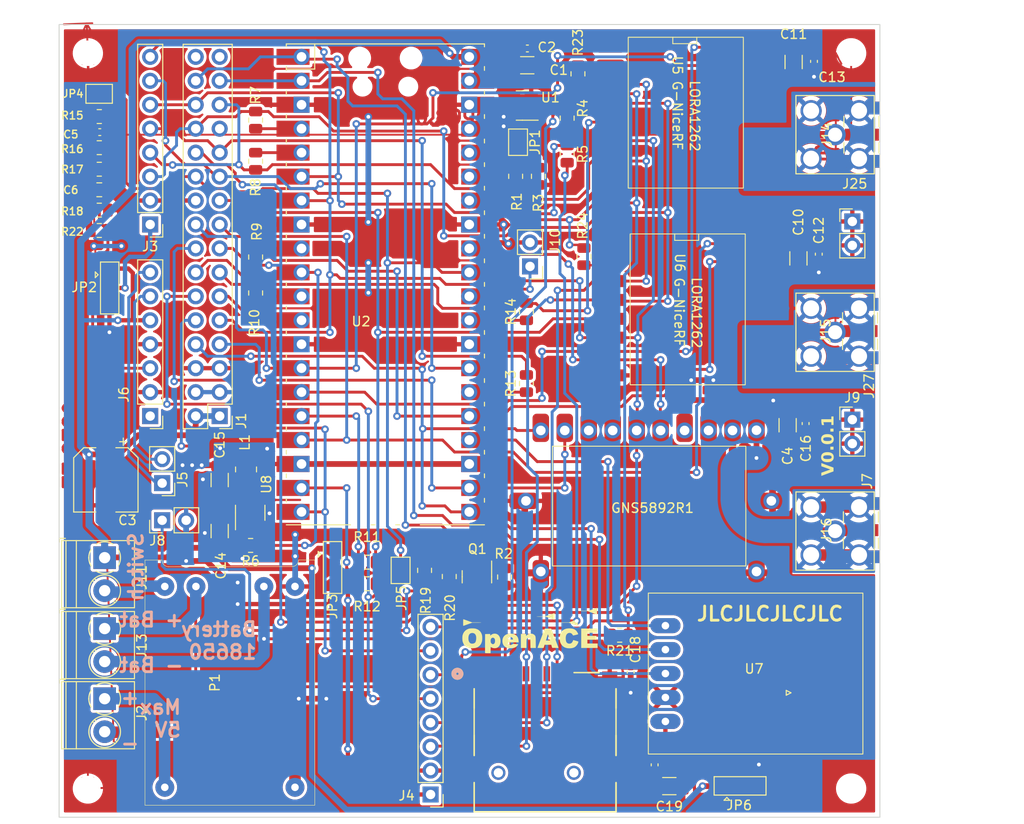
<source format=kicad_pcb>
(kicad_pcb (version 20240108) (generator "pcbnew") (generator_version "8.0")
  (layers (0 "F.Cu" signal) (31 "B.Cu" signal) (34 "B.Paste" user) (35 "F.Paste" user) (36 "B.SilkS" user "B.Silkscreen") (37 "F.SilkS" user "F.Silkscreen") (38 "B.Mask" user) (39 "F.Mask" user) (44 "Edge.Cuts" user))
  (net 0 "")
  (net 1 "/bat+")
  (net 2 "GNDD")
  (net 3 "/bat-")
  (net 4 "+3V3")
  (net 6 "+5V")
  (net 8 "/ADC_VRef")
  (net 9 "VCC")
  (net 10 "Net-(JP6-C)")
  (net 11 "Net-(J8-Pin_1)")
  (net 12 "Net-(Q1-B)")
  (net 13 "Net-(Q1-C)")
  (net 14 "/mod_rst")
  (net 15 "/battery_ref")
  (net 16 "/gpio71")
  (net 17 "Net-(U2-GP2)")
  (net 18 "/PWR-")
  (net 19 "/PWR+")
  (net 20 "Net-(J4-Pin_1)")
  (net 21 "Net-(J11-Pin_2)")
  (net 22 "Net-(J14-In)")
  (net 23 "Net-(GNS5892R1-RF_in)")
  (net 24 "Net-(GNS5892R1-RF_Gnd)")
  (net 25 "Net-(U2-GP3)")
  (net 26 "Net-(U2-GP6)")
  (net 27 "/gpio51_tx3_cs5")
  (net 28 "Net-(U2-GP8)")
  (net 29 "/gpio31_tx4_cs2")
  (net 30 "Net-(U2-GP12)")
  (net 31 "Net-(U2-GP14)")
  (net 32 "/gpio21_cs3")
  (net 33 "Net-(U2-GP20)")
  (net 34 "/gpio41_tx5_cs4")
  (net 35 "Net-(U2-GP22)")
  (net 36 "/gpio13_cs1")
  (net 37 "Net-(C5-Pad1)")
  (net 38 "Net-(J6-Pin_3)")
  (net 39 "Net-(JP5-A)")
  (net 40 "/spi_miso")
  (net 41 "/tx1")
  (net 42 "/gpio52_rx3_busy5")
  (net 43 "/rx1")
  (net 44 "/gpio11_dio1")
  (net 45 "/gpio12_busy1")
  (net 46 "/gpio32_rx4_busy2")
  (net 47 "/gpio22_busy3")
  (net 49 "/adsb_frame")
  (net 50 "/gpio61")
  (net 51 "/gpio42_rx5_busy4")
  (net 52 "/gpio33_pps_dio2")
  (net 53 "/gps_pps")
  (net 54 "/rx2")
  (net 55 "/tx2")
  (net 58 "Net-(J3-Pin_1)")
  (net 60 "Net-(J5-Pin_2)")
  (net 61 "Net-(J5-Pin_1)")
  (net 64 "/spi_mosi")
  (net 65 "/spi_clk")
  (net 66 "/sdc_cs")
  (net 67 "Net-(J10-Pin_1)")
  (net 68 "Net-(JP4-A)")
  (net 70 "Net-(U5-MISO)")
  (net 71 "Net-(U6-MISO)")
  (net 75 "Net-(U9-DAT0)")
  (net 76 "Net-(U8-SW)")
  (net 77 "Net-(R18-Pad1)")
  (net 78 "Net-(J15-In)")
  (footprint "Connector_PinHeader_2.54mm:PinHeader_1x02_P2.54mm_Vertical" (layer "F.Cu") (at 130.556 75.052)
    (property "Reference" "J9")
    (property "Value" "LED" (hide yes))
  )
  (footprint "Resistor_SMD:R_0805_2012Metric" (layer "F.Cu") (at 102.108 57.7615 -90)
    (property "Reference" "R24")
    (property "Value" "33")
  )
  (footprint "Capacitor_SMD:C_0402_1005Metric" (layer "F.Cu") (at 109.601 111.661 90)
    (property "Reference" "C20" (hide yes))
    (property "Value" "100nF")
  )
  (footprint "Resistor_SMD:R_0805_2012Metric" (layer "F.Cu") (at 50.739 46.20925 180)
    (property "Reference" "R16")
    (property "Value" "220")
  )
  (footprint "GNS:GNS5892R1" (layer "F.Cu") (at 108.966 83.6676 180)
    (property "Reference" "GNS5892R1")
    (property "Value" "GNS Module" (hide yes))
  )
  (footprint "MountingHole:MountingHole_2.7mm" (layer "F.Cu") (at 49.53 36.195)
    (property "Reference" "H3" (hide yes))
    (property "Value" "MountingHole" (hide yes))
  )
  (footprint "Capacitor_SMD:C_1206_3216Metric" (layer "F.Cu") (at 124.841 57.9505 90)
    (property "Reference" "C10")
    (property "Value" "10uF")
  )
  (footprint "TerminalBlock_Phoenix:TerminalBlock_Phoenix_PT-1,5-2-3.5-H_1x02_P3.50mm_Horizontal" (layer "F.Cu") (at 51.308 89.69 -90)
    (property "Reference" "J11")
    (property "Value" "Power Switch")
  )
  (footprint "Jumper:SolderJumper-3_P2.0mm_Open_TrianglePad1.0x1.5mm" (layer "F.Cu") (at 118.657 113.919)
    (property "Reference" "JP6")
    (property "Value" "SolderJumper_3_Open")
  )
  (footprint "Connector_Coaxial:SMA_Amphenol_132203-12_Horizontal" (layer "F.Cu") (at 128.727 86.868 -90)
    (property "Reference" "J7")
    (property "Value" "Conn_Coaxial")
  )
  (footprint "Resistor_SMD:R_0805_2012Metric" (layer "F.Cu") (at 105.8945 97.917 180)
    (property "Reference" "R21")
    (property "Value" "33")
  )
  (footprint "Inductor_SMD:L_1008_2520Metric" (layer "F.Cu") (at 66.294 80.333 90)
    (property "Reference" "L1")
    (property "Value" "2.2uH")
  )
  (footprint "Capacitor_SMD:C_1206_3216Metric" (layer "F.Cu") (at 63.5 81.457 -90)
    (property "Reference" "C15")
    (property "Value" "10uF")
  )
  (footprint "Resistor_SMD:R_0805_2012Metric" (layer "F.Cu") (at 66.7785 88.392 180)
    (property "Reference" "R6")
    (property "Value" "10K")
  )
  (footprint "Resistor_SMD:R_0805_2012Metric" (layer "F.Cu") (at 100.33 43.0765 -90)
    (property "Reference" "R4")
    (property "Value" "470K")
  )
  (footprint "MountingHole:MountingHole_2.7mm" (layer "F.Cu") (at 130.429 114.173)
    (property "Reference" "H2" (hide yes))
    (property "Value" "MountingHole" (hide yes))
  )
  (footprint "Connector_PinHeader_2.54mm:PinHeader_1x02_P2.54mm_Vertical" (layer "F.Cu") (at 57.404 81.788 180)
    (property "Reference" "J5")
    (property "Value" "Speaker")
  )
  (footprint "Resistor_SMD:R_0805_2012Metric" (layer "F.Cu") (at 50.739 52.832)
    (property "Reference" "R18")
    (property "Value" "750")
  )
  (footprint "Resistor_SMD:R_0805_2012Metric" (layer "F.Cu") (at 79.1145 92.456)
    (property "Reference" "R12")
    (property "Value" "33")
  )
  (footprint "Capacitor_SMD:C_0402_1005Metric" (layer "F.Cu") (at 127 57.503 90)
    (property "Reference" "C12")
    (property "Value" "100nF")
  )
  (footprint "Capacitor_SMD:C_1206_3216Metric" (layer "F.Cu") (at 123.698 75.643 -90)
    (property "Reference" "C4")
    (property "Value" "10uF")
  )
  (footprint "Capacitor_SMD:C_0402_1005Metric" (layer "F.Cu") (at 126.492 37.056 90)
    (property "Reference" "C13")
    (property "Value" "100nF")
  )
  (footprint "Connector_Coaxial:SMA_Amphenol_132203-12_Horizontal" (layer "F.Cu") (at 128.727 65.786 -90)
    (property "Reference" "J27")
    (property "Value" "Conn_Coaxial")
  )
  (footprint "Capacitor_SMD:C_0402_1005Metric" (layer "F.Cu") (at 96.111 35.687)
    (property "Reference" "C2")
    (property "Value" "100nF")
  )
  (footprint "Package_TO_SOT_SMD:SOT-23" (layer "F.Cu") (at 95.5825 41.7345 180)
    (property "Reference" "U1")
    (property "Value" "LM4040DBZ-3")
  )
  (footprint "Connector_PinHeader_2.54mm:PinHeader_1x08_P2.54mm_Vertical" (layer "F.Cu") (at 56.134 54.356 180)
    (property "Reference" "J3")
    (property "Value" "Conn_01x08_Pin" (hide yes))
  )
  (footprint "misc:gps_module_1" (layer "F.Cu") (at 120.142 101.981)
    (property "Reference" "U7")
    (property "Value" "GPS Module M8N")
  )
  (footprint "TerminalBlock_Phoenix:TerminalBlock_Phoenix_PT-1,5-2-3.5-H_1x02_P3.50mm_Horizontal" (layer "F.Cu") (at 51.308 97.211 -90)
    (property "Reference" "J13")
    (property "Value" "Battery")
  )
  (footprint "Connector_Coaxial:SMA_Samtec_SMA-J-P-X-ST-EM1_EdgeMount" (layer "F.Cu") (at 131.372 44.831 90)
    (property "Reference" "J14")
    (property "Value" "Conn_Coaxial")
  )
  (footprint "Connector_Coaxial:SMA_Amphenol_132203-12_Horizontal" (layer "F.Cu") (at 128.727 44.831 -90)
    (property "Reference" "J25")
    (property "Value" "Conn_Coaxial")
  )
  (footprint "Capacitor_SMD:C_1206_3216Metric" (layer "F.Cu") (at 96.1005 37.465)
    (property "Reference" "C1")
    (property "Value" "10uF")
  )
  (footprint "Capacitor_SMD:C_0402_1005Metric" (layer "F.Cu") (at 107.061 101.826 90)
    (property "Reference" "C18")
    (property "Value" "100nF")
  )
  (footprint "Resistor_SMD:R_0805_2012Metric" (layer "F.Cu") (at 67.31 47.6485 90)
    (property "Reference" "R8")
    (property "Value" "33")
  )
  (footprint "Resistor_SMD:R_0805_2012Metric" (layer "F.Cu") (at 96.012 71.2235 90)
    (property "Reference" "R13")
    (property "Value" "33")
  )
  (footprint "TerminalBlock_Phoenix:TerminalBlock_Phoenix_PT-1,5-2-3.5-H_1x02_P3.50mm_Horizontal" (layer "F.Cu") (at 51.308 104.648 -90)
    (property "Reference" "J2")
    (property "Value" "Power 5V")
  )
  (footprint "Resistor_SMD:R_0805_2012Metric" (layer "F.Cu") (at 85.217 91.0355 90)
    (property "Reference" "R19")
    (property "Value" "1K")
  )
  (footprint "Jumper:SolderJumper-2_P1.3mm_Open_TrianglePad1.0x1.5mm" (layer "F.Cu") (at 50.7255 40.49425)
    (property "Reference" "JP4")
    (property "Value" "Speaker")
  )
  (footprint "Connector_PinHeader_2.54mm:PinHeader_1x08_P2.54mm_Vertical" (layer "F.Cu") (at 85.852 114.808 180)
    (property "Reference" "J4")
    (property "Value" "Conn_01x08_Pin")
  )
  (footprint "Connector_Coaxial:SMA_Samtec_SMA-J-P-X-ST-EM1_EdgeMount" (layer "F.Cu") (at 131.318 86.772 90)
    (property "Reference" "J16")
    (property "Value" "Conn_Coaxial")
  )
  (footprint "Capacitor_SMD:C_0402_1005Metric" (layer "F.Cu") (at 50.7905 44.55825)
    (property "Reference" "C5")
    (property "Value" "100nF")
  )
  (footprint "Resistor_SMD:R_0805_2012Metric" (layer "F.Cu") (at 96.012 63.6035 90)
    (property "Reference" "R14")
    (property "Value" "33")
  )
  (footprint "Connector_PinHeader_2.54mm:PinHeader_1x02_P2.54mm_Vertical" (layer "F.Cu") (at 96.393 58.801 180)
    (property "Reference" "J10")
    (property "Value" "~{RUN}")
  )
  (footprint "Connector_PinHeader_2.54mm:PinHeader_2x16_P2.54mm_Vertical" (layer "F.Cu") (at 63.5 74.676 180)
    (property "Reference" "J1")
    (property "Value" "Conn_02x16_Odd_Even")
  )
  (footprint "ul_GT-TF003-H0185-02:CONN9_0185-02_GSW" (layer "F.Cu") (at 91.567 102.0064)
    (property "Reference" "U9" (hide yes))
    (property "Value" "MicroSD card (TF card)" (hide yes))
  )
  (footprint "Connector_PinHeader_2.54mm:PinHeader_1x07_P2.54mm_Vertical" (layer "F.Cu") (at 56.134 74.676 180)
    (property "Reference" "J6")
    (property "Value" "Conn_01x07_Pin")
  )
  (footprint "Resistor_SMD:R_0805_2012Metric" (layer "F.Cu") (at 67.31 57.8085 90)
    (property "Reference" "R9")
    (property "Value" "33")
  )
  (footprint "Capacitor_SMD:C_1206_3216Metric" (layer "F.Cu") (at 111.1575 113.919)
    (property "Reference" "C19")
    (property "Value" "10uF")
  )
  (footprint "Resistor_SMD:R_0805_2012Metric" (layer "F.Cu") (at 79.1145 90.17 180)
    (property "Reference" "R11")
    (property "Value" "33")
  )
  (footprint "Resistor_SMD:R_0805_2012Metric" (layer "F.Cu") (at 67.31 61.6185 -90)
    (property "Reference" "R10")
    (property "Value" "33")
  )
  (footprint "MountingHole:MountingHole_2.7mm" (layer "F.Cu") (at 130.429 36.195)
    (property "Reference" "H1" (hide yes))
    (property "Value" "MountingHole" (hide yes))
  )
  (footprint "Jumper:SolderJumper-3_P2.0mm_Open_TrianglePad1.0x1.5mm" (layer "F.Cu") (at 75.438 90.735 -90)
    (property "Reference" "JP3")
    (property "Value" "SolderJumper_3_Open")
  )
  (footprint "Resistor_SMD:R_0805_2012Metric" (layer "F.Cu") (at 50.739 54.991)
    (property "Reference" "R22")
    (property "Value" "1K")
  )
  (footprint "Connector_PinHeader_2.54mm:PinHeader_1x02_P2.54mm_Vertical" (layer "F.Cu") (at 57.404 85.725 90)
    (property "Reference" "J8")
    (property "Value" "LED")
  )
  (footprint "gnicerf:lora1262" (layer "F.Cu") (at 113.107 63.358)
    (property "Reference" "U6")
    (property "Value" "G-NiceRF / LORA1262")
  )
  (footprint "Jumper:SolderJumper-2_P1.3mm_Open_TrianglePad1.0x1.5mm" (layer "F.Cu") (at 82.677 91.0374 90)
    (property "Reference" "JP5")
    (property "Value" "LED")
  )
  (footprint "Resistor_SMD:R_0805_2012Metric" (layer "F.Cu") (at 50.739 48.49525 180)
    (property "Reference" "R17")
    (property "Value" "220")
  )
  (footprint "Capacitor_SMD:C_1206_3216Metric" (layer "F.Cu") (at 124.333 37.1225 90)
    (property "Reference" "C11")
    (property "Value" "10uF")
  )
  (footprint "Connector_Coaxial:SMA_Samtec_SMA-J-P-X-ST-EM1_EdgeMount" (layer "F.Cu") (at 131.2275 65.659 90)
    (property "Reference" "J15")
    (property "Value" "Conn_Coaxial")
  )
  (footprint "Resistor_SMD:R_0805_2012Metric" (layer "F.Cu") (at 97.282 49.2465 -90)
    (property "Reference" "R3")
    (property "Value" "10K")
  )
  (footprint "Package_TO_SOT_SMD:SOT-23" (layer "F.Cu") (at 90.7644 91.7171 -90)
    (property "Reference" "Q1")
    (property "Value" "S8050")
  )
  (footprint "Resistor_SMD:R_0805_2012Metric" (layer "F.Cu") (at 101.473 38.3775 90)
    (property "Reference" "R23")
    (property "Value" "33")
  )
  (footprint "Capacitor_SMD:C_0402_1005Metric" (layer "F.Cu") (at 125.603 75.466 -90)
    (property "Reference" "C16")
    (property "Value" "100nF")
  )
  (footprint "Connector_PinHeader_2.54mm:PinHeader_1x02_P2.54mm_Vertical" (layer "F.Cu") (at 130.556 54.0335)
    (property "Reference" "J12" (hide yes))
    (property "Value" "LED" (hide yes))
  )
  (footprint "Resistor_SMD:R_0805_2012Metric" (layer "F.Cu") (at 94.869 49.2465 -90)
    (property "Reference" "R1")
    (property "Value" "750")
  )
  (footprint "Package_TO_SOT_SMD:SOT-23-5" (layer "F.Cu") (at 66.736 84.93 90)
    (property "Reference" "U8")
    (property "Value" "LM3671MF-3.3")
  )
  (footprint "Capacitor_SMD:C_0805_2012Metric" (layer "F.Cu") (at 50.739 50.673)
    (property "Reference" "C6")
    (property "Value" "22uF")
  )
  (footprint "gnicerf:lora1262" (layer "F.Cu") (at 112.904 42.498)
    (property "Reference" "U5")
    (property "Value" "G-NiceRF / LORA1262")
  )
  (footprint "Capacitor_SMD:C_1206_3216Metric" (layer "F.Cu") (at 63.5 86.868 90)
    (property "Reference" "C14")
    (property "Value" "10uF")
  )
  (footprint "SC0918:MODULE_SC0918" (layer "F.Cu") (at 81.064 60.706)
    (property "Reference" "U2")
    (property "Value" "SC0918")
  )
  (footprint "Jumper:SolderJumper-2_P1.3mm_Open_TrianglePad1.0x1.5mm" (layer "F.Cu") (at 95.123 45.63 -90)
    (property "Reference" "JP1")
    (property "Value" "PICO Power")
  )
  (footprint "Jumper:SolderJumper-3_P2.0mm_Open_TrianglePad1.0x1.5mm" (layer "F.Cu") (at 51.816 61.087 -90)
    (property "Reference" "JP2")
    (property "Value" "SolderJumper_3_Open")
  )
  (footprint "Capacitor_SMD:CP_Elec_6.3x7.7" (layer "F.Cu") (at 51.435 81.44 -90)
    (property "Reference" "C3")
    (property "Value" "220uF")
  )
  (footprint "Resistor_SMD:R_0805_2012Metric" (layer "F.Cu") (at 50.739 42.90725)
    (property "Reference" "R15")
    (property "Value" "220")
  )
  (footprint "Resistor_SMD:R_0805_2012Metric" (layer "F.Cu") (at 87.8332 91.6921 -90)
    (property "Reference" "R20")
    (property "Value" "220")
  )
  (footprint "misc:TP4056-charger-module" (layer "F.Cu") (at 64.582 102.946 90)
    (property "Reference" "P1")
    (property "Value" "Power Module / Battery Charger")
  )
  (footprint "LOGO" (layer "F.Cu") (at 96.393 97.663)
    (property "Reference" "G***" (hide yes))
    (property "Value" "LOGO" (hide yes))
  )
  (footprint "MountingHole:MountingHole_2.7mm" (layer "F.Cu") (at 49.53 114.173)
    (property "Reference" "H4" (hide yes))
    (property "Value" "MountingHole" (hide yes))
  )
  (footprint "Resistor_SMD:R_0805_2012Metric" (layer "F.Cu") (at 100.33 46.8865 -90)
    (property "Reference" "R5")
    (property "Value" "680K")
  )
  (footprint "Resistor_SMD:R_0805_2012Metric" (layer "F.Cu") (at 67.31 43.2835 -90)
    (property "Reference" "R7")
    (property "Value" "33")
  )
  (footprint "Resistor_SMD:R_0805_2012Metric" (layer "F.Cu") (at 93.6956 91.7429 90)
    (property "Reference" "R2")
    (property "Value" "10K")
  )
  (gr_rect (start 46.482 33.147) (end 133.477 117.221) (stroke (width 0.1)) (fill none) (layer "Edge.Cuts"))
  (gr_text "Battery \n18650" (at 67.564 100.584 0) (layer "B.SilkS") (effects (font (size 1.5 1.5) (thickness 0.3) (bold yes)) (justify left bottom mirror)))
  (gr_text "Max \n5V" (at 59.563 108.839 0) (layer "B.SilkS") (effects (font (size 1.5 1.5) (thickness 0.3) (bold yes)) (justify left bottom mirror)))
  (gr_text "+\n\n-" (at 55.118 110.236 0) (layer "B.SilkS") (effects (font (size 1.5 1.5) (thickness 0.3) (bold yes)) (justify left bottom mirror)))
  (gr_text "Switch" (at 55.499 86.868 90) (layer "B.SilkS") (effects (font (size 1.5 1.5) (thickness 0.3) (bold yes)) (justify left bottom mirror)))
  (gr_text "+ Bat\n\n- Bat" (at 59.817 101.981 0) (layer "B.SilkS") (effects (font (size 1.5 1.5) (thickness 0.3) (bold yes)) (justify left bottom mirror)))
  (gr_text "JLCJLCJLCJLC" (at 113.919 96.52 0) (layer "F.SilkS") (effects (font (size 1.5 1.5) (thickness 0.3) (bold yes)) (justify left bottom)))
  (gr_text "V0.0.1" (at 128.778 81.026 90) (layer "F.SilkS") (effects (font (size 1.27 1.27)) (justify left bottom)))
  (dimension (type aligned) (layer "F.Cu") (pts (xy 128.727 65.786) (xy 128.778 36.195)) (height 0.036334) (gr_text "29.5910 mm" (at 126.988837 50.987461 89.90125099) (layer "F.Cu") (effects (font (size 1.5 1.5) (thickness 0.3)))) (format (prefix "") (suffix "") (units 3) (units_format 1) (precision 4)) (style (thickness 0.2) (arrow_length 1.27) (text_position_mode 0) (extension_height 0.58642) (extension_offset 0.5) keep_text_aligned))
  (dimension (type aligned) (layer "F.Cu") (pts (xy 130.429 36.195) (xy 49.53 36.195)) (height -8.636) (gr_text "80.8990 mm" (at 89.9795 43.031 0) (layer "F.Cu") (effects (font (size 1.5 1.5) (thickness 0.3)))) (format (prefix "") (suffix "") (units 3) (units_format 1) (precision 4)) (style (thickness 0.2) (arrow_length 1.27) (text_position_mode 0) (extension_height 0.58642) (extension_offset 0.5) keep_text_aligned))
  (dimension (type aligned) (layer "F.Cu") (pts (xy 46.482 33.147) (xy 49.53 114.173)) (height -2.931268) (gr_text "81.0833 mm" (at 52.733924 73.482147 272.1543113) (layer "F.Cu") (effects (font (size 1.5 1.5) (thickness 0.3)))) (format (prefix "") (suffix "") (units 3) (units_format 1) (precision 4)) (style (thickness 0.2) (arrow_length 1.27) (text_position_mode 0) (extension_height 0.58642) (extension_offset 0.5) keep_text_aligned))
  (dimension (type aligned) (layer "F.Cu") (pts (xy 49.53 114.173) (xy 49.53 36.195)) (height 0) (gr_text "77.9780 mm" (at 47.73 75.184 90) (layer "F.Cu") (effects (font (size 1.5 1.5) (thickness 0.3)))) (format (prefix "") (suffix "") (units 3) (units_format 1) (precision 4)) (style (thickness 0.2) (arrow_length 1.27) (text_position_mode 0) (extension_height 0.58642) (extension_offset 0.5) keep_text_aligned))
  (segment (start 89.154 100.076) (end 89.154 102.489) (width 0.3048) (layer "F.Cu") (net 1))
  (segment (start 98.806 43.434) (end 98.806 42.799) (width 0.3048) (layer "F.Cu") (net 1))
  (segment (start 89.535 99.695) (end 89.154 100.076) (width 0.3048) (layer "F.Cu") (net 1))
  (segment (start 99.441 42.164) (end 100.33 42.164) (width 0.3048) (layer "F.Cu") (net 1))
  (segment (start 60.96 103.378) (end 60.96 92.768) (width 0.3048) (layer "F.Cu") (net 1))
  (segment (start 98.806 42.799) (end 99.441 42.164) (width 0.3048) (layer "F.Cu") (net 1))
  (segment (start 89.154 102.489) (end 88.265 103.378) (width 0.3048) (layer "F.Cu") (net 1))
  (segment (start 88.265 103.378) (end 60.96 103.378) (width 0.3048) (layer "F.Cu") (net 1))
  (via (at 89.535 99.695) (size 0.8) (drill 0.4) (layers "F.Cu" "B.Cu") (net 1))
  (via (at 98.806 43.434) (size 0.8) (drill 0.4) (layers "F.Cu" "B.Cu") (net 1))
  (segment (start 98.044 60.96) (end 98.044 44.196) (width 0.3048) (layer "B.Cu") (net 1))
  (segment (start 93.98 99.695) (end 94.488 99.187) (width 0.3048) (layer "B.Cu") (net 1))
  (segment (start 60.96 92.768) (end 60.96 95.504) (width 1.2192) (layer "B.Cu") (net 1))
  (segment (start 60.96 95.504) (end 59.253 97.211) (width 1.2192) (layer "B.Cu") (net 1))
  (segment (start 94.488 99.187) (end 94.488 64.516) (width 0.3048) (layer "B.Cu") (net 1))
  (segment (start 89.535 99.695) (end 93.98 99.695) (width 0.3048) (layer "B.Cu") (net 1))
  (segment (start 98.044 44.196) (end 98.806 43.434) (width 0.3048) (layer "B.Cu") (net 1))
  (segment (start 59.253 97.211) (end 51.308 97.211) (width 1.2192) (layer "B.Cu") (net 1))
  (segment (start 94.488 64.516) (end 98.044 60.96) (width 0.3048) (layer "B.Cu") (net 1))
  (segment (start 63.5 83.0195) (end 63.5 85.3055) (width 0.4572) (layer "F.Cu") (net 2))
  (segment (start 66.736 87.522) (end 65.866 88.392) (width 0.4572) (layer "F.Cu") (net 2))
  (segment (start 89.954 79.756) (end 72.174 79.756) (width 0.6096) (layer "F.Cu") (net 2))
  (segment (start 66.5836 84.9376) (end 66.736 85.09) (width 0.4572) (layer "F.Cu") (net 2))
  (segment (start 65.913 89.789) (end 65.913 88.439) (width 0.4572) (layer "F.Cu") (net 2))
  (segment (start 51.6515 46.20925) (end 51.6515 48.49525) (width 0.3048) (layer "F.Cu") (net 2))
  (segment (start 96.139 39.243) (end 96.012 39.116) (width 0.3048) (layer "F.Cu") (net 2))
  (segment (start 66.736 86.0675) (end 66.736 87.522) (width 0.4572) (layer "F.Cu") (net 2))
  (segment (start 66.736 85.09) (end 66.736 86.0675) (width 0.4572) (layer "F.Cu") (net 2))
  (segment (start 66.5836 84.9376) (end 63.8679 84.9376) (width 0.4572) (layer "F.Cu") (net 2))
  (via (at 79.2581 42.9361) (size 0.8) (drill 0.4) (layers "F.Cu" "B.Cu") (net 2))
  (via (at 61.722 81.3816) (size 0.8) (drill 0.4) (layers "F.Cu" "B.Cu") (net 2))
  (via (at 71.501 87.249) (size 0.8) (drill 0.4) (layers "F.Cu" "B.Cu") (net 2))
  (via (at 50.165 56.642) (size 0.8) (drill 0.4) (layers "F.Cu" "B.Cu") (net 2))
  (via (at 63.5508 78.0796) (size 0.8) (drill 0.4) (layers "F.Cu" "B.Cu") (net 2))
  (via (at 93.599 54.356) (size 0.8) (drill 0.4) (layers "F.Cu" "B.Cu") (net 2))
  (via (at 68.5292 78.1304) (size 0.8) (drill 0.4) (layers "F.Cu" "B.Cu") (net 2))
  (via (at 65.913 89.789) (size 0.8) (drill 0.4) (layers "F.Cu" "B.Cu") (net 2))
  (via (at 68.7832 84.9884) (size 0.8) (drill 0.4) (layers "F.Cu" "B.Cu") (net 2))
  (via (at 79.2581 61.595) (size 0.8) (drill 0.4) (layers "F.Cu" "B.Cu") (net 2))
  (via (at 94.107 56.388) (size 0.8) (drill 0.4) (layers "F.Cu" "B.Cu") (net 2))
  (via (at 79.2581 58.42) (size 0.8) (drill 0.4) (layers "F.Cu" "B.Cu") (net 2))
  (via (at 53.086 56.642) (size 0.8) (drill 0.4) (layers "F.Cu" "B.Cu") (net 2))
  (via (at 79.248 54.102) (size 0.8) (drill 0.4) (layers "F.Cu" "B.Cu") (net 2))
  (via (at 61.9252 87.0712) (size 0.8) (drill 0.4) (layers "F.Cu" "B.Cu") (net 2))
  (via (at 71.501 89.535) (size 0.8) (drill 0.4) (layers "F.Cu" "B.Cu") (net 2))
  (segment (start 79.2581 61.595) (end 79.248 61.5849) (width 0.6096) (layer "B.Cu") (net 2))
  (segment (start 79.2581 54.0919) (end 79.2581 42.9361) (width 0.6096) (layer "B.Cu") (net 2))
  (segment (start 71.501 87.249) (end 71.501 89.535) (width 0.6096) (layer "B.Cu") (net 2))
  (segment (start 79.248 61.5849) (end 79.248 58.4301) (width 0.6096) (layer "B.Cu") (net 2))
  (segment (start 93.599 55.88) (end 93.599 54.356) (width 0.3048) (layer "B.Cu") (net 2))
  (segment (start 94.107 56.388) (end 93.599 55.88) (width 0.3048) (layer "B.Cu") (net 2))
  (segment (start 53.086 56.642) (end 50.165 56.642) (width 0.4572) (layer "B.Cu") (net 2))
  (segment (start 71.501 89.535) (end 71.501 92.727) (width 0.6096) (layer "B.Cu") (net 2))
  (segment (start 79.248 58.4301) (end 79.2581 58.42) (width 0.6096) (layer "B.Cu") (net 2))
  (segment (start 79.248 54.102) (end 79.2581 54.0919) (width 0.6096) (layer "B.Cu") (net 2))
  (segment (start 101.346 96.393) (end 89.027 96.393) (width 0.3048) (layer "F.Cu") (net 3))
  (segment (start 100.0856 49.149) (end 100.33 48.9046) (width 0.3048) (layer "F.Cu") (net 3))
  (segment (start 87.122 98.298) (end 68.199 98.298) (width 0.3048) (layer "F.Cu") (net 3))
  (segment (start 89.027 96.393) (end 87.122 98.298) (width 0.3048) (layer "F.Cu") (net 3))
  (segment (start 100.33 48.9046) (end 100.33 47.799) (width 0.3048) (layer "F.Cu") (net 3))
  (via (at 100.0856 49.149) (size 0.8) (drill 0.4) (layers "F.Cu" "B.Cu") (net 3))
  (via (at 68.199 98.298) (size 0.8) (drill 0.4) (layers "F.Cu" "B.Cu") (net 3))
  (via (at 101.346 96.393) (size 0.8) (drill 0.4) (layers "F.Cu" "B.Cu") (net 3))
  (segment (start 100.0664 60.0614) (end 99.568 59.563) (width 0.3048) (layer "B.Cu") (net 3))
  (segment (start 100.0664 72.2534) (end 100.0664 60.0614) (width 0.3048) (layer "B.Cu") (net 3))
  (segment (start 101.346 73.533) (end 100.0664 72.2534) (width 0.3048) (layer "B.Cu") (net 3))
  (segment (start 99.568 59.563) (end 99.568 53.525155) (width 0.3048) (layer "B.Cu") (net 3))
  (segment (start 68.199 92.763) (end 68.199 99.949) (width 1.2192) (layer "B.Cu") (net 3))
  (segment (start 99.568 53.525155) (end 100.0856 53.007555) (width 0.3048) (layer "B.Cu") (net 3))
  (segment (start 68.199 99.949) (end 67.437 100.711) (width 1.2192) (layer "B.Cu") (net 3))
  (segment (start 67.437 100.711) (end 51.308 100.711) (width 1.2192) (layer "B.Cu") (net 3))
  (segment (start 101.346 96.393) (end 101.346 73.533) (width 0.3048) (layer "B.Cu") (net 3))
  (segment (start 100.0856 53.007555) (end 100.0856 49.149) (width 0.3048) (layer "B.Cu") (net 3))
  (segment (start 95.123 47.244) (end 95.123 46.355) (width 0.3048) (layer "F.Cu") (net 4))
  (segment (start 93.345 46.736) (end 93.6712 46.4098) (width 0.6096) (layer "F.Cu") (net 4))
  (segment (start 94.869 48.334) (end 94.869 47.498) (width 0.3048) (layer "F.Cu") (net 4))
  (segment (start 93.6712 46.4098) (end 95.123 46.4098) (width 0.6096) (layer "F.Cu") (net 4))
  (segment (start 94.869 47.498) (end 95.123 47.244) (width 0.3048) (layer "F.Cu") (net 4))
  (segment (start 89.954 46.736) (end 93.345 46.736) (width 0.6096) (layer "F.Cu") (net 4))
  (segment (start 73.279 89.408) (end 73.952 88.735) (width 0.6096) (layer "F.Cu") (net 6))
  (segment (start 54.864 76.708) (end 52.832 78.74) (width 0.6096) (layer "F.Cu") (net 6))
  (segment (start 52.832 78.74) (end 51.435 78.74) (width 0.6096) (layer "F.Cu") (net 6))
  (segment (start 90.754 39.116) (end 90.754 36.576) (width 0.6096) (layer "F.Cu") (net 6))
  (segment (start 90.754 36.576) (end 88.265 36.576) (width 0.6096) (layer "F.Cu") (net 6))
  (segment (start 53.823 59.03) (end 51.816 59.03) (width 0.4572) (layer "F.Cu") (net 6))
  (segment (start 94.538 36.018) (end 94.538 37.465) (width 0.3048) (layer "F.Cu") (net 6))
  (segment (start 49.657 78.74) (end 51.435 78.74) (width 0.6096) (layer "F.Cu") (net 6))
  (segment (start 52.705 64.516) (end 56.134 64.516) (width 0.4572) (layer "F.Cu") (net 6))
  (segment (start 73.279 90.805) (end 73.279 89.408) (width 0.6096) (layer "F.Cu") (net 6))
  (segment (start 65.786 86.0675) (end 63.5 88.3535) (width 0.4572) (layer "F.Cu") (net 6))
  (segment (start 94.869 35.687) (end 94.538 36.018) (width 0.3048) (layer "F.Cu") (net 6))
  (segment (start 58.928 88.646) (end 57.912 89.662) (width 0.6096) (layer "F.Cu") (net 6))
  (segment (start 64.516 90.805) (end 63.5 89.789) (width 0.6096) (layer "F.Cu") (net 6))
  (segment (start 92.71 36.576) (end 93.599 37.465) (width 0.6096) (layer "F.Cu") (net 6))
  (segment (start 54.2956 64.516) (end 54.2956 59.5026) (width 0.4572) (layer "F.Cu") (net 6))
  (segment (start 88.265 36.576) (end 87.884 36.195) (width 0.6096) (layer "F.Cu") (net 6))
  (segment (start 114.681 113.919) (end 116.657 113.919) (width 0.6096) (layer "F.Cu") (net 6))
  (segment (start 60.96 74.676) (end 60.96 75.819) (width 0.6096) (layer "F.Cu") (net 6))
  (segment (start 60.96 75.819) (end 60.071 76.708) (width 0.6096) (layer "F.Cu") (net 6))
  (segment (start 73.279 90.805) (end 64.516 90.805) (width 0.6096) (layer "F.Cu") (net 6))
  (segment (start 89.954 36.576) (end 92.71 36.576) (width 0.6096) (layer "F.Cu") (net 6))
  (segment (start 63.2845 88.646) (end 58.928 88.646) (width 0.6096) (layer "F.Cu") (net 6))
  (segment (start 95.631 35.687) (end 94.869 35.687) (width 0.3048) (layer "F.Cu") (net 6))
  (segment (start 51.336 89.662) (end 51.308 89.69) (width 0.6096) (layer "F.Cu") (net 6))
  (segment (start 93.599 37.465) (end 94.538 37.465) (width 0.6096) (layer "F.Cu") (net 6))
  (segment (start 63.5 89.789) (end 63.5 88.4305) (width 0.6096) (layer "F.Cu") (net 6))
  (segment (start 73.952 88.735) (end 75.438 88.735) (width 0.6096) (layer "F.Cu") (net 6))
  (segment (start 57.912 89.662) (end 51.336 89.662) (width 0.6096) (layer "F.Cu") (net 6))
  (segment (start 60.071 76.708) (end 54.864 76.708) (width 0.6096) (layer "F.Cu") (net 6))
  (segment (start 54.2956 59.5026) (end 53.823 59.03) (width 0.4572) (layer "F.Cu") (net 6))
  (via (at 52.705 64.516) (size 0.8) (drill 0.4) (layers "F.Cu" "B.Cu") (net 6))
  (via (at 114.681 113.919) (size 0.8) (drill 0.4) (layers "F.Cu" "B.Cu") (net 6))
  (via (at 87.884 36.195) (size 0.8) (drill 0.4) (layers "F.Cu" "B.Cu") (net 6))
  (via (at 49.657 78.74) (size 0.8) (drill 0.4) (layers "F.Cu" "B.Cu") (net 6))
  (via (at 73.279 90.805) (size 0.8) (drill 0.4) (layers "F.Cu" "B.Cu") (net 6))
  (segment (start 49.657 86.233) (end 51.308 87.884) (width 0.762) (layer "B.Cu") (net 6))
  (segment (start 63.5 74.676) (end 60.96 74.676) (width 0.6096) (layer "B.Cu") (net 6))
  (segment (start 48.768 56.134) (end 54.229 50.673) (width 0.762) (layer "B.Cu") (net 6))
  (segment (start 54.229 35.814) (end 54.956 35.087) (width 0.762) (layer "B.Cu") (net 6))
  (segment (start 73.279 112.776) (end 76.9112 116.4082) (width 0.6096) (layer "B.Cu") (net 6))
  (segment (start 49.657 78.74) (end 48.768 77.851) (width 0.762) (layer "B.Cu") (net 6))
  (segment (start 54.956 35.087) (end 86.776 35.087) (width 0.762) (layer "B.Cu") (net 6))
  (segment (start 51.308 87.884) (end 51.308 89.69) (width 0.762) (layer "B.Cu") (net 6))
  (segment (start 49.657 78.74) (end 49.657 86.233) (width 0.762) (layer "B.Cu") (net 6))
  (segment (start 48.768 64.516) (end 52.705 64.516) (width 0.4572) (layer "B.Cu") (net 6))
  (segment (start 48.768 77.851) (end 48.768 56.134) (width 0.762) (layer "B.Cu") (net 6))
  (segment (start 76.9112 116.4082) (end 112.1918 116.4082) (width 0.6096) (layer "B.Cu") (net 6))
  (segment (start 73.279 90.805) (end 73.279 112.776) (width 0.6096) (layer "B.Cu") (net 6))
  (segment (start 86.776 35.087) (end 87.884 36.195) (width 0.762) (layer "B.Cu") (net 6))
  (segment (start 112.1918 116.4082) (end 114.681 113.919) (width 0.6096) (layer "B.Cu") (net 6))
  (segment (start 54.229 50.673) (end 54.229 35.814) (width 0.762) (layer "B.Cu") (net 6))
  (segment (start 96.774 42.9385) (end 96.52 42.6845) (width 0.3048) (layer "F.Cu") (net 8))
  (segment (start 96.774 46.7995) (end 96.774 42.9385) (width 0.3048) (layer "F.Cu") (net 8))
  (segment (start 93.345 49.276) (end 89.954 49.276) (width 0.3048) (layer "F.Cu") (net 8))
  (segment (start 97.282 48.334) (end 97.282 47.3075) (width 0.3048) (layer "F.Cu") (net 8))
  (segment (start 94.228 50.159) (end 93.345 49.276) (width 0.3048) (layer "F.Cu") (net 8))
  (segment (start 97.282 47.3075) (end 96.774 46.7995) (width 0.3048) (layer "F.Cu") (net 8))
  (segment (start 94.869 50.159) (end 94.228 50.159) (width 0.4572) (layer "F.Cu") (net 8))
  (segment (start 96.954 48.334) (end 95.129 50.159) (width 0.3048) (layer "F.Cu") (net 8))
  (segment (start 123.698 73.279) (end 123.698 74.168) (width 0.6096) (layer "F.Cu") (net 9))
  (segment (start 125.476 74.041) (end 125.603 74.168) (width 0.25) (layer "F.Cu") (net 9))
  (segment (start 126.492 38.685) (end 124.333 38.685) (width 0.6096) (layer "F.Cu") (net 9))
  (segment (start 112.746 73.516) (end 113.284 72.978) (width 0.6096) (layer "F.Cu") (net 9))
  (segment (start 67.691 82.677) (end 68.072 82.296) (width 0.3556) (layer "F.Cu") (net 9))
  (segment (start 120.935 41.498) (end 123.748 38.685) (width 0.6096) (layer "F.Cu") (net 9))
  (segment (start 122.127 72.978) (end 122.174 73.025) (width 0.6096) (layer "F.Cu") (net 9))
  (segment (start 62.103 90.043) (end 64.389 92.329) (width 0.6096) (layer "F.Cu") (net 9))
  (segment (start 124.256 59.513) (end 121.411 62.358) (width 0.6096) (layer "F.Cu") (net 9))
  (segment (start 123.397 72.978) (end 123.698 73.279) (width 0.6096) (layer "F.Cu") (net 9))
  (segment (start 125.603 74.168) (end 125.603 74.986) (width 0.25) (layer "F.Cu") (net 9))
  (segment (start 93.599 43.942) (end 93.599 42.926) (width 0.6096) (layer "F.Cu") (net 9))
  (segment (start 94.181 44.905) (end 93.599 44.323) (width 0.6096) (layer "F.Cu") (net 9))
  (segment (start 63.5 79.8945) (end 64.1465 79.248) (width 0.4572) (layer "F.Cu") (net 9))
  (segment (start 65.405 94.615) (end 74.803 94.615) (width 0.4572) (layer "F.Cu") (net 9))
  (segment (start 75.438 93.98) (end 75.438 92.735) (width 0.4572) (layer "F.Cu") (net 9))
  (segment (start 51.816 65.786) (end 51.816 63.03) (width 0.4572) (layer "F.Cu") (net 9))
  (segment (start 64.389 92.329) (end 65.405 92.329) (width 0.6096) (layer "F.Cu") (net 9))
  (segment (start 94.562 44.905) (end 94.181 44.905) (width 0.6096) (layer "F.Cu") (net 9))
  (segment (start 60.452 79.883) (end 63.4885 79.883) (width 0.6096) (layer "F.Cu") (net 9))
  (segment (start 67.686 83.7925) (end 67.691 83.7875) (width 0.3556) (layer "F.Cu") (net 9))
  (segment (start 93.599 44.323) (end 93.599 43.942) (width 0.6096) (layer "F.Cu") (net 9))
  (segment (start 67.691 83.7875) (end 67.691 82.677) (width 0.3556) (layer "F.Cu") (net 9))
  (segment (start 107.061 104.013) (end 107.061 102.306) (width 0.3048) (layer "F.Cu") (net 9))
  (segment (start 97.3328 104.013) (end 97.0788 103.759) (width 0.3048) (layer "F.Cu") (net 9))
  (segment (start 127 59.436) (end 124.918 59.436) (width 0.4572) (layer "F.Cu") (net 9))
  (segment (start 120.65 111.633) (end 120.65 112.014) (width 0.4572) (layer "F.Cu") (net 9))
  (segment (start 68.072 82.296) (end 68.072 79.756) (width 0.3556) (layer "F.Cu") (net 9))
  (segment (start 125.476 74.041) (end 123.825 74.041) (width 0.25) (layer "F.Cu") (net 9))
  (segment (start 59.563 79.883) (end 60.452 79.883) (width 0.6096) (layer "F.Cu") (net 9))
  (segment (start 74.803 94.615) (end 75.438 93.98) (width 0.4572) (layer "F.Cu") (net 9))
  (segment (start 65.405 92.329) (end 65.405 94.615) (width 0.6096) (layer "F.Cu") (net 9))
  (segment (start 97.0788 103.759) (end 97.0788 102.008399) (width 0.3048) (layer "F.Cu") (net 9))
  (segment (start 122.174 73.025) (end 123.397 72.978) (width 0.6096) (layer "F.Cu") (net 9))
  (segment (start 112.746 75.946) (end 112.746 73.516) (width 0.6096) (layer "F.Cu") (net 9))
  (segment (start 71.882 104.648) (end 74.803 104.648) (width 0.6096) (layer "F.Cu") (net 9))
  (segment (start 113.284 72.978) (end 121.967 72.978) (width 0.6096) (layer "F.Cu") (net 9))
  (segment (start 120.65 112.014) (end 120.657 112.021) (width 0.4572) (layer "F.Cu") (net 9))
  (segment (start 67.574 79.258) (end 66.294 79.258) (width 0.3556) (layer "F.Cu") (net 9))
  (segment (start 68.072 79.756) (end 67.574 79.258) (width 0.3556) (layer "F.Cu") (net 9))
  (segment (start 123.825 74.041) (end 123.698 74.168) (width 0.25) (layer "F.Cu") (net 9))
  (segment (start 64.1465 79.248) (end 66.284 79.248) (width 0.4572) (layer "F.Cu") (net 9))
  (segment (start 120.657 112.021) (end 120.657 113.284) (width 0.4572) (layer "F.Cu") (net 9))
  (segment (start 107.061 104.013) (end 97.3328 104.013) (width 0.3048) (layer "F.Cu") (net 9))
  (segment (start 113.4745 70.866) (end 115.824 70.866) (width 0.6096) (layer "F.Cu") (net 9))
  (segment (start 126.492 38.685) (end 126.492 37.536) (width 0.3048) (layer "F.Cu") (net 9))
  (segment (start 97.0788 102.008399) (end 97.080799 102.0064) (width 0.25) (layer "F.Cu") (net 9))
  (segment (start 127 59.436) (end 127 57.983) (width 0.3048) (layer "F.Cu") (net 9))
  (segment (start 59.944 90.043) (end 62.103 90.043) (width 0.6096) (layer "F.Cu") (net 9))
  (segment (start 66.284 79.248) (end 66.294 79.258) (width 0.4572) (layer "F.Cu") (net 9))
  (via (at 93.599 42.926) (size 0.8) (drill 0.4) (layers "F.Cu" "B.Cu") (net 9))
  (via (at 127 59.436) (size 0.8) (drill 0.4) (layers "F.Cu" "B.Cu") (net 9))
  (via (at 71.882 104.648) (size 0.8) (drill 0.4) (layers "F.Cu" "B.Cu") (net 9))
  (via (at 61.595 79.883) (size 0.8) (drill 0.4) (layers "F.Cu" "B.Cu") (net 9))
  (via (at 65.405 94.615) (size 0.8) (drill 0.4) (layers "F.Cu" "B.Cu") (net 9))
  (via (at 122.174 73.025) (size 0.8) (drill 0.4) (layers "F.Cu" "B.Cu") (net 9))
  (via (at 65.405 92.329) (size 0.8) (drill 0.4) (layers "F.Cu" "B.Cu") (net 9))
  (via (at 126.492 38.685) (size 0.8) (drill 0.4) (layers "F.Cu" "B.Cu") (net 9))
  (via (at 59.944 90.043) (size 0.8) (drill 0.4) (layers "F.Cu" "B.Cu") (net 9))
  (via (at 93.599 43.942) (size 0.8) (drill 0.4) (layers "F.Cu" "B.Cu") (net 9))
  (via (at 59.563 79.883) (size 0.8) (drill 0.4) (layers "F.Cu" "B.Cu") (net 9))
  (via (at 120.65 111.633) (size 0.8) (drill 0.4) (layers "F.Cu" "B.Cu") (net 9))
  (via (at 115.824 70.866) (size 0.8) (drill 0.4) (layers "F.Cu" "B.Cu") (net 9))
  (via (at 74.803 104.648) (size 0.8) (drill 0.4) (layers "F.Cu" "B.Cu") (net 9))
  (via (at 60.579 79.883) (size 0.8) (drill 0.4) (layers "F.Cu" "B.Cu") (net 9))
  (via (at 107.061 104.013) (size 0.8) (drill 0.4) (layers "F.Cu" "B.Cu") (net 9))
  (via (at 51.816 65.786) (size 0.8) (drill 0.4) (layers "F.Cu" "B.Cu") (net 9))
  (via (at 113.4745 70.866) (size 0.8) (drill 0.4) (layers "F.Cu" "B.Cu") (net 9))
  (segment (start 85.344 113.538) (end 86.36 113.538) (width 0.25) (layer "B.Cu") (net 9))
  (segment (start 59.944 85.725) (end 59.944 90.043) (width 0.6096) (layer "B.Cu") (net 9))
  (segment (start 109.595 112.147) (end 109.595 113.919) (width 0.4572) (layer "F.Cu") (net 10))
  (segment (start 118.11 111.252) (end 110.744 111.252) (width 0.4572) (layer "F.Cu") (net 10))
  (segment (start 118.657 111.799) (end 118.11 111.252) (width 0.4572) (layer "F.Cu") (net 10))
  (segment (start 110.744 112.141) (end 109.601 112.141) (width 0.4572) (layer "F.Cu") (net 10))
  (segment (start 110.742 112.139) (end 110.742 107.061) (width 0.4572) (layer "F.Cu") (net 10))
  (segment (start 118.657 113.284) (end 118.657 111.799) (width 0.4572) (layer "F.Cu") (net 10))
  (segment (start 83.312 93.218) (end 86.1568 93.218) (width 0.3048) (layer "F.Cu") (net 11))
  (segment (start 86.5124 91.186) (end 86.9404 90.758) (width 0.3048) (layer "F.Cu") (net 11))
  (segment (start 86.9404 90.758) (end 88.185 90.758) (width 0.3048) (layer "F.Cu") (net 11))
  (segment (start 83.312 97.409) (end 66.675 97.409) (width 0.3048) (layer "F.Cu") (net 11))
  (segment (start 86.5124 92.8624) (end 86.5124 91.186) (width 0.3048) (layer "F.Cu") (net 11))
  (segment (start 86.1568 93.218) (end 86.5124 92.8624) (width 0.3048) (layer "F.Cu") (net 11))
  (via (at 83.312 97.409) (size 0.8) (drill 0.4) (layers "F.Cu" "B.Cu") (net 11))
  (via (at 83.312 93.218) (size 0.8) (drill 0.4) (layers "F.Cu" "B.Cu") (net 11))
  (via (at 66.675 97.409) (size 0.8) (drill 0.4) (layers "F.Cu" "B.Cu") (net 11))
  (segment (start 57.404 90.551) (end 57.404 85.725) (width 0.3048) (layer "B.Cu") (net 11))
  (segment (start 66.167 90.932) (end 57.785 90.932) (width 0.3048) (layer "B.Cu") (net 11))
  (segment (start 83.312 97.409) (end 83.312 93.218) (width 0.3048) (layer "B.Cu") (net 11))
  (segment (start 57.785 90.932) (end 57.404 90.551) (width 0.3048) (layer "B.Cu") (net 11))
  (segment (start 66.675 91.44) (end 66.167 90.932) (width 0.3048) (layer "B.Cu") (net 11))
  (segment (start 66.675 97.409) (end 66.675 91.44) (width 0.3048) (layer "B.Cu") (net 11))
  (segment (start 92.583 90.885) (end 92.4776 90.7796) (width 0.25) (layer "F.Cu") (net 12))
  (segment (start 91.3384 89.154) (end 91.7144 89.53) (width 0.3048) (layer "F.Cu") (net 12))
  (segment (start 85.471 89.154) (end 91.3384 89.154) (width 0.3048) (layer "F.Cu") (net 12))
  (segment (start 93.98 90.885) (end 92.583 90.885) (width 0.3048) (layer "F.Cu") (net 12))
  (segment (start 85.217 89.408) (end 85.471 89.154) (width 0.3048) (layer "F.Cu") (net 12))
  (segment (start 85.217 90.123) (end 85.217 89.408) (width 0.3048) (layer "F.Cu") (net 12))
  (segment (start 92.4776 90.7796) (end 91.7144 90.7796) (width 0.25) (layer "F.Cu") (net 12))
  (segment (start 91.7144 89.53) (end 91.7144 90.7796) (width 0.3048) (layer "F.Cu") (net 12))
  (segment (start 90.7644 92.6546) (end 87.8706 92.6546) (width 0.3048) (layer "F.Cu") (net 13))
  (segment (start 88.2566 92.6546) (end 88.185 92.583) (width 0.25) (layer "F.Cu") (net 13))
  (segment (start 107.696 78.867) (end 107.696 76.2) (width 0.3048) (layer "F.Cu") (net 14))
  (segment (start 76.2635 60.071) (end 75.8825 59.69) (width 0.3048) (layer "F.Cu") (net 14))
  (segment (start 94.488 60.325) (end 94.107 60.706) (width 0.3048) (layer "F.Cu") (net 14))
  (segment (start 107.696 92.71) (end 104.902 95.504) (width 0.3048) (layer "F.Cu") (net 14))
  (segment (start 88.9 95.504) (end 87.376 97.028) (width 0.3048) (layer "F.Cu") (net 14))
  (segment (start 107.756 73.406) (end 107.756 74.549) (width 0.3048) (layer "F.Cu") (net 14))
  (segment (start 86.83625 60.071) (end 76.2635 60.071) (width 0.3048) (layer "F.Cu") (net 14))
  (segment (start 87.376 97.028) (end 85.852 97.028) (width 0.3048) (layer "F.Cu") (net 14))
  (segment (start 74.549 36.068) (end 73.66 35.179) (width 0.3048) (layer "F.Cu") (net 14))
  (segment (start 64.8335 64.516) (end 63.5 64.516) (width 0.3048) (layer "F.Cu") (net 14))
  (segment (start 107.823 66.358) (end 105.107 66.358) (width 0.3048) (layer "F.Cu") (net 14))
  (segment (start 101.663 60.325) (end 94.488 60.325) (width 0.3048) (layer "F.Cu") (net 14))
  (segment (start 94.107 60.706) (end 87.47125 60.706) (width 0.3048) (layer "F.Cu") (net 14))
  (segment (start 105.107 66.358) (end 101.663 66.358) (width 0.3048) (layer "F.Cu") (net 14))
  (segment (start 75.184 65.786) (end 66.1035 65.786) (width 0.3048) (layer "F.Cu") (net 14))
  (segment (start 66.1035 65.786) (end 64.8335 64.516) (width 0.3048) (layer "F.Cu") (net 14))
  (segment (start 87.47125 60.706) (end 86.83625 60.071) (width 0.3048) (layer "F.Cu") (net 14))
  (segment (start 75.8825 59.69) (end 75.184 59.69) (width 0.3048) (layer "F.Cu") (net 14))
  (segment (start 109.474 45.466) (end 104.936 45.466) (width 0.3048) (layer "F.Cu") (net 14))
  (segment (start 73.66 35.179) (end 57.15 35.179) (width 0.3048) (layer "F.Cu") (net 14))
  (segment (start 75.1936 51.8256) (end 72.1836 51.8256) (width 0.3048) (layer "F.Cu") (net 14))
  (segment (start 104.902 95.504) (end 88.9 95.504) (width 0.3048) (layer "F.Cu") (net 14))
  (segment (start 57.15 35.179) (end 56.134 36.195) (width 0.3048) (layer "F.Cu") (net 14))
  (via (at 107.696 92.71) (size 0.8) (drill 0.4) (layers "F.Cu" "B.Cu") (net 14))
  (via (at 75.184 59.69) (size 0.8) (drill 0.4) (layers "F.Cu" "B.Cu") (net 14))
  (via (at 74.549 36.068) (size 0.8) (drill 0.4) (layers "F.Cu" "B.Cu") (net 14))
  (via (at 107.823 66.358) (size 0.8) (drill 0.4) (layers "F.Cu" "B.Cu") (net 14))
  (via (at 107.696 78.867) (size 0.8) (drill 0.4) (layers "F.Cu" "B.Cu") (net 14))
  (via (at 101.663 66.358) (size 0.8) (drill 0.4) (layers "F.Cu" "B.Cu") (net 14))
  (via (at 75.1936 51.8256) (size 0.8) (drill 0.4) (layers "F.Cu" "B.Cu") (net 14))
  (via (at 109.474 45.466) (size 0.8) (drill 0.4) (layers "F.Cu" "B.Cu") (net 14))
  (via (at 107.756 73.406) (size 0.8) (drill 0.4) (layers "F.Cu" "B.Cu") (net 14))
  (via (at 75.184 65.786) (size 0.8) (drill 0.4) (layers "F.Cu" "B.Cu") (net 14))
  (via (at 101.663 60.325) (size 0.8) (drill 0.4) (layers "F.Cu" "B.Cu") (net 14))
  (segment (start 101.663 60.325) (end 101.663 66.358) (width 0.3048) (layer "B.Cu") (net 14))
  (segment (start 74.549 36.957) (end 75.184 37.592) (width 0.3048) (layer "B.Cu") (net 14))
  (segment (start 74.549 36.068) (end 74.549 36.957) (width 0.3048) (layer "B.Cu") (net 14))
  (segment (start 75.1936 49.735445) (end 75.1936 51.8256) (width 0.3048) (layer "B.Cu") (net 14))
  (segment (start 107.696 92.71) (end 107.696 78.867) (width 0.3048) (layer "B.Cu") (net 14))
  (segment (start 107.756 73.406) (end 107.756 66.425) (width 0.3048) (layer "B.Cu") (net 14))
  (segment (start 75.184 37.592) (end 75.184 49.725845) (width 0.3048) (layer "B.Cu") (net 14))
  (segment (start 107.823 64.008) (end 107.823 66.358) (width 0.3048) (layer "B.Cu") (net 14))
  (segment (start 109.4644 62.3666) (end 107.823 64.008) (width 0.3048) (layer "B.Cu") (net 14))
  (segment (start 75.184 59.69) (end 75.1936 59.6804) (width 0.3048) (layer "B.Cu") (net 14))
  (segment (start 107.756 66.425) (end 107.823 66.358) (width 0.3048) (layer "B.Cu") (net 14))
  (segment (start 75.184 49.725845) (end 75.1936 49.735445) (width 0.3048) (layer "B.Cu") (net 14))
  (segment (start 75.184 65.786) (end 75.184 59.69) (width 0.3048) (layer "B.Cu") (net 14))
  (segment (start 109.474 45.466) (end 109.4644 45.4756) (width 0.3048) (layer "B.Cu") (net 14))
  (segment (start 109.4644 45.4756) (end 109.4644 62.3666) (width 0.3048) (layer "B.Cu") (net 14))
  (segment (start 75.1936 59.6804) (end 75.1936 51.8256) (width 0.3048) (layer "B.Cu") (net 14))
  (segment (start 98.8161 53.213) (end 94.869 53.213) (width 0.3048) (layer "F.Cu") (net 15))
  (segment (start 94.869 53.213) (end 93.472 51.816) (width 0.3048) (layer "F.Cu") (net 15))
  (segment (start 98.933 53.0961) (end 98.8161 53.213) (width 0.3048) (layer "F.Cu") (net 15))
  (segment (start 93.472 51.816) (end 90.754 51.816) (width 0.3048) (layer "F.Cu") (net 15))
  (segment (start 100.33 45.974) (end 100.33 43.989) (width 0.3048) (layer "F.Cu") (net 15))
  (segment (start 99.06 45.974) (end 98.933 46.101) (width 0.3048) (layer "F.Cu") (net 15))
  (segment (start 100.33 45.974) (end 99.06 45.974) (width 0.3048) (layer "F.Cu") (net 15))
  (via (at 98.933 46.101) (size 0.8) (drill 0.4) (layers "F.Cu" "B.Cu") (net 15))
  (via (at 98.933 53.0961) (size 0.8) (drill 0.4) (layers "F.Cu" "B.Cu") (net 15))
  (segment (start 98.933 46.101) (end 98.933 53.0961) (width 0.3048) (layer "B.Cu") (net 15))
  (segment (start 73.914 59.436) (end 71.374 59.436) (width 0.3048) (layer "F.Cu") (net 16))
  (segment (start 67.686 86.0675) (end 67.686 88.387) (width 0.4572) (layer "F.Cu") (net 16))
  (segment (start 72.517 88.392) (end 67.691 88.392) (width 0.3048) (layer "F.Cu") (net 16))
  (via (at 72.517 88.392) (size 0.8) (drill 0.4) (layers "F.Cu" "B.Cu") (net 16))
  (via (at 73.914 59.436) (size 0.8) (drill 0.4) (layers "F.Cu" "B.Cu") (net 16))
  (segment (start 73.66 75.438) (end 73.914 75.184) (width 0.3048) (layer "B.Cu") (net 16))
  (segment (start 73.66 87.884) (end 73.66 75.438) (width 0.3048) (layer "B.Cu") (net 16))
  (segment (start 73.152 88.392) (end 73.66 87.884) (width 0.3048) (layer "B.Cu") (net 16))
  (segment (start 72.517 88.392) (end 73.152 88.392) (width 0.3048) (layer "B.Cu") (net 16))
  (segment (start 73.914 75.184) (end 73.914 59.436) (width 0.3048) (layer "B.Cu") (net 16))
  (segment (start 71.374 44.196) (end 67.31 44.196) (width 0.3048) (layer "F.Cu") (net 17))
  (segment (start 71.482 109.582) (end 70.104 108.204) (width 1.2192) (layer "F.Cu") (net 18))
  (segment (start 70.104 108.204) (end 51.364 108.204) (width 1.2192) (layer "F.Cu") (net 18))
  (segment (start 51.364 108.204) (end 51.308 108.148) (width 1.2192) (layer "F.Cu") (net 18))
  (segment (start 71.482 114.046) (end 71.482 109.582) (width 1.2192) (layer "F.Cu") (net 18))
  (segment (start 57.658 105.791) (end 56.515 104.648) (width 1.2192) (layer "B.Cu") (net 19))
  (segment (start 57.658 114.022) (end 57.658 105.791) (width 1.2192) (layer "B.Cu") (net 19))
  (segment (start 56.515 104.648) (end 51.308 104.648) (width 1.2192) (layer "B.Cu") (net 19))
  (segment (start 77.089 92.075) (end 75.749 90.735) (width 0.4572) (layer "F.Cu") (net 20))
  (segment (start 77.089 94.234) (end 77.089 92.075) (width 0.4572) (layer "F.Cu") (net 20))
  (segment (start 77.089 109.982) (end 77.089 113.792) (width 0.4572) (layer "F.Cu") (net 20))
  (segment (start 78.105 114.808) (end 85.852 114.808) (width 0.4572) (layer "F.Cu") (net 20))
  (segment (start 77.089 113.792) (end 78.105 114.808) (width 0.4572) (layer "F.Cu") (net 20))
  (via (at 77.089 109.982) (size 0.8) (drill 0.4) (layers "F.Cu" "B.Cu") (net 20))
  (via (at 77.089 94.234) (size 0.8) (drill 0.4) (layers "F.Cu" "B.Cu") (net 20))
  (segment (start 77.089 109.982) (end 77.089 94.234) (width 0.4572) (layer "B.Cu") (net 20))
  (segment (start 55.245 92.71) (end 54.61 93.345) (width 1.2192) (layer "B.Cu") (net 21))
  (segment (start 57.646 92.71) (end 55.245 92.71) (width 1.2192) (layer "B.Cu") (net 21))
  (segment (start 54.61 93.345) (end 51.689 93.345) (width 1.2192) (layer "B.Cu") (net 21))
  (segment (start 123.952 46.830998) (end 123.952 48.022) (width 0.7874) (layer "F.Cu") (net 22))
  (segment (start 125.951998 44.831) (end 128.727 44.831) (width 0.7874) (layer "F.Cu") (net 22))
  (segment (start 122.444 49.53) (end 120.936 49.53) (width 0.7874) (layer "F.Cu") (net 22))
  (arc (start 123.952 48.022) (mid 123.510317 49.088317) (end 122.444 49.53) (width 0.7874) (layer "F.Cu") (net 22))
  (arc (start 125.951998 44.831) (mid 124.537785 45.416785) (end 123.952 46.830998) (width 0.7874) (layer "F.Cu") (net 22))
  (segment (start 117.856 83.399159) (end 117.856 75.976) (width 0.7874) (layer "F.Cu") (net 23))
  (segment (start 128.727 86.868) (end 121.32484 86.868) (width 0.7874) (layer "F.Cu") (net 23))
  (arc (start 118.872 85.852) (mid 118.120055 84.726627) (end 117.856 83.399159) (width 0.7874) (layer "F.Cu") (net 23))
  (arc (start 121.32484 86.868) (mid 119.997372 86.60395) (end 118.872 85.852) (width 0.7874) (layer "F.Cu") (net 23))
  (segment (start 126.187 89.408) (end 131.267 89.408) (width 1.2192) (layer "F.Cu") (net 24))
  (segment (start 126.187 84.328) (end 131.267 84.328) (width 1.2192) (layer "F.Cu") (net 24))
  (segment (start 120.396 76.2) (end 120.396 79.121) (width 0.6096) (layer "F.Cu") (net 24))
  (via (at 120.396 79.121) (size 0.8) (drill 0.4) (layers "F.Cu" "B.Cu") (net 24))
  (segment (start 117.856 80.391) (end 117.856 83.399159) (width 2.54) (layer "B.Cu") (net 24))
  (segment (start 119.126 79.121) (end 120.396 79.121) (width 2.54) (layer "B.Cu") (net 24))
  (segment (start 121.32484 86.868) (end 124.333 86.868) (width 2.54) (layer "B.Cu") (net 24))
  (arc (start 117.856 83.399159) (mid 118.120049 84.726626) (end 118.872 85.852) (width 2.54) (layer "B.Cu") (net 24))
  (arc (start 119.126 79.121) (mid 118.227974 79.492974) (end 117.856 80.391) (width 2.54) (layer "B.Cu") (net 24))
  (arc (start 118.872 85.852) (mid 119.997372 86.60395) (end 121.32484 86.868) (width 2.54) (layer "B.Cu") (net 24))
  (segment (start 71.374 46.736) (end 67.31 46.736) (width 0.3048) (layer "F.Cu") (net 25))
  (segment (start 71.374 56.896) (end 67.31 56.896) (width 0.3048) (layer "F.Cu") (net 26))
  (segment (start 64.77 60.706) (end 63.5 59.436) (width 0.3048) (layer "F.Cu") (net 27))
  (segment (start 67.31 60.706) (end 64.77 60.706) (width 0.3048) (layer "F.Cu") (net 27))
  (segment (start 71.374 61.976) (end 69.215 61.976) (width 0.3048) (layer "F.Cu") (net 28))
  (segment (start 69.215 61.976) (end 68.66 62.531) (width 0.3048) (layer "F.Cu") (net 28))
  (segment (start 68.66 62.531) (end 67.31 62.531) (width 0.3048) (layer "F.Cu") (net 28))
  (segment (start 98.837 64.358) (end 105.107 64.358) (width 0.3048) (layer "F.Cu") (net 29))
  (segment (start 97.409 65.786) (end 98.837 64.358) (width 0.3048) (layer "F.Cu") (net 29))
  (segment (start 80.027 88.519) (end 80.027 90.17) (width 0.3048) (layer "F.Cu") (net 29))
  (segment (start 66.4972 53.086) (end 65.2272 51.816) (width 0.3048) (layer "F.Cu") (net 29))
  (segment (start 80.264 53.086) (end 66.4972 53.086) (width 0.3048) (layer "F.Cu") (net 29))
  (segment (start 80.264 65.786) (end 97.409 65.786) (width 0.3048) (layer "F.Cu") (net 29))
  (segment (start 65.2272 51.816) (end 63.5 51.816) (width 0.3048) (layer "F.Cu") (net 29))
  (via (at 80.264 53.086) (size 0.8) (drill 0.4) (layers "F.Cu" "B.Cu") (net 29))
  (via (at 80.027 88.519) (size 0.8) (drill 0.4) (layers "F.Cu" "B.Cu") (net 29))
  (via (at 80.264 65.786) (size 0.8) (drill 0.4) (layers "F.Cu" "B.Cu") (net 29))
  (segment (start 80.264 53.086) (end 80.264 88.282) (width 0.3048) (layer "B.Cu") (net 29))
  (segment (start 80.264 88.282) (end 80.027 88.519) (width 0.3048) (layer "B.Cu") (net 29))
  (segment (start 78.202 88.519) (end 78.202 90.17) (width 0.3048) (layer "F.Cu") (net 30))
  (segment (start 77.978 74.676) (end 71.374 74.676) (width 0.3048) (layer "F.Cu") (net 30))
  (via (at 77.978 74.676) (size 0.8) (drill 0.4) (layers "F.Cu" "B.Cu") (net 30))
  (via (at 78.202 88.519) (size 0.8) (drill 0.4) (layers "F.Cu" "B.Cu") (net 30))
  (segment (start 78.232 74.93) (end 78.232 88.489) (width 0.3048) (layer "B.Cu") (net 30))
  (segment (start 78.232 88.489) (end 78.202 88.519) (width 0.3048) (layer "B.Cu") (net 30))
  (segment (start 77.978 74.676) (end 78.232 74.93) (width 0.3048) (layer "B.Cu") (net 30))
  (segment (start 76.962 82.296) (end 71.374 82.296) (width 0.3048) (layer "F.Cu") (net 31))
  (segment (start 76.962 90.17) (end 76.962 90.805) (width 0.3048) (layer "F.Cu") (net 31))
  (segment (start 76.962 90.805) (end 78.202 92.045) (width 0.3048) (layer "F.Cu") (net 31))
  (via (at 76.962 82.296) (size 0.8) (drill 0.4) (layers "F.Cu" "B.Cu") (net 31))
  (via (at 76.962 90.17) (size 0.8) (drill 0.4) (layers "F.Cu" "B.Cu") (net 31))
  (segment (start 76.962 90.17) (end 76.962 82.296) (width 0.3048) (layer "B.Cu") (net 31))
  (segment (start 60.96 61.976) (end 57.912 61.976) (width 0.3048) (layer "F.Cu") (net 32))
  (segment (start 79.248 93.8631) (end 79.7459 93.8631) (width 0.3048) (layer "F.Cu") (net 32))
  (segment (start 79.2576 74.168) (end 78.4956 73.406) (width 0.3048) (layer "F.Cu") (net 32))
  (segment (start 80.027 93.582) (end 80.027 92.456) (width 0.3048) (layer "F.Cu") (net 32))
  (segment (start 78.4956 73.406) (end 57.912 73.406) (width 0.3048) (layer "F.Cu") (net 32))
  (segment (start 79.7459 93.8631) (end 80.027 93.582) (width 0.3048) (layer "F.Cu") (net 32))
  (segment (start 79.756 104.648) (end 85.852 104.648) (width 0.3048) (layer "F.Cu") (net 32))
  (via (at 79.2576 74.168) (size 0.8) (drill 0.4) (layers "F.Cu" "B.Cu") (net 32))
  (via (at 79.756 104.648) (size 0.8) (drill 0.4) (layers "F.Cu" "B.Cu") (net 32))
  (via (at 79.248 93.8631) (size 0.8) (drill 0.4) (layers "F.Cu" "B.Cu") (net 32))
  (via (at 57.912 61.976) (size 0.8) (drill 0.4) (layers "F.Cu" "B.Cu") (net 32))
  (via (at 57.912 73.406) (size 0.8) (drill 0.4) (layers "F.Cu" "B.Cu") (net 32))
  (segment (start 79.2576 93.8535) (end 79.2576 74.168) (width 0.3048) (layer "B.Cu") (net 32))
  (segment (start 79.248 93.8631) (end 79.248 104.14) (width 0.3048) (layer "B.Cu") (net 32))
  (segment (start 57.912 73.406) (end 57.912 61.976) (width 0.3048) (layer "B.Cu") (net 32))
  (segment (start 79.248 104.14) (end 79.756 104.648) (width 0.3048) (layer "B.Cu") (net 32))
  (segment (start 79.248 93.8631) (end 79.2576 93.8535) (width 0.3048) (layer "B.Cu") (net 32))
  (segment (start 90.754 72.136) (end 95.758 72.136) (width 0.3048) (layer "F.Cu") (net 33))
  (segment (start 62.23 45.466) (end 59.817 45.466) (width 0.3048) (layer "F.Cu") (net 34))
  (segment (start 96.012 68.834) (end 96.012 70.311) (width 0.3048) (layer "F.Cu") (net 34))
  (segment (start 95.504 68.326) (end 96.012 68.834) (width 0.3048) (layer "F.Cu") (net 34))
  (segment (start 58.547 44.196) (end 56.134 44.196) (width 0.3048) (layer "F.Cu") (net 34))
  (segment (start 84.963 68.326) (end 95.504 68.326) (width 0.3048) (layer "F.Cu") (net 34))
  (segment (start 63.5 46.736) (end 62.23 45.466) (width 0.3048) (layer "F.Cu") (net 34))
  (segment (start 84.963 45.466) (end 64.77 45.466) (width 0.3048) (layer "F.Cu") (net 34))
  (segment (start 59.817 45.466) (end 58.547 44.196) (width 0.3048) (layer "F.Cu") (net 34))
  (segment (start 64.77 45.466) (end 63.5 46.736) (width 0.3048) (layer "F.Cu") (net 34))
  (via (at 84.963 45.466) (size 0.8) (drill 0.4) (layers "F.Cu" "B.Cu") (net 34))
  (via (at 84.963 68.326) (size 0.8) (drill 0.4) (layers "F.Cu" "B.Cu") (net 34))
  (segment (start 84.963 45.466) (end 84.963 68.326) (width 0.3048) (layer "B.Cu") (net 34))
  (segment (start 96.012 64.516) (end 90.754 64.516) (width 0.3048) (layer "F.Cu") (net 35))
  (segment (start 69.215 60.706) (end 68.199 59.69) (width 0.3048) (layer "F.Cu") (net 36))
  (segment (start 64.262 58.166) (end 62.23 58.166) (width 0.3048) (layer "F.Cu") (net 36))
  (segment (start 102.679 43.498) (end 104.904 43.498) (width 0.3048) (layer "F.Cu") (net 36))
  (segment (start 62.23 58.166) (end 60.96 59.436) (width 0.3048) (layer "F.Cu") (net 36))
  (segment (start 94.742 62.738) (end 94.234 63.246) (width 0.3048) (layer "F.Cu") (net 36))
  (segment (start 68.199 59.69) (end 65.786 59.69) (width 0.3048) (layer "F.Cu") (net 36))
  (segment (start 97.028 62.738) (end 96.059 62.738) (width 0.3048) (layer "F.Cu") (net 36))
  (segment (start 86.233 60.706) (end 69.215 60.706) (width 0.3048) (layer "F.Cu") (net 36))
  (segment (start 94.234 63.246) (end 87.122 63.246) (width 0.3048) (layer "F.Cu") (net 36))
  (segment (start 102.616 43.561) (end 102.679 43.498) (width 0.3048) (layer "F.Cu") (net 36))
  (segment (start 87.122 63.246) (end 86.614 62.738) (width 0.3048) (layer "F.Cu") (net 36))
  (segment (start 97.79 63.5) (end 97.028 62.738) (width 0.3048) (layer "F.Cu") (net 36))
  (segment (start 86.614 62.738) (end 86.614 61.087) (width 0.3048) (layer "F.Cu") (net 36))
  (segment (start 102.489 63.5) (end 97.79 63.5) (width 0.3048) (layer "F.Cu") (net 36))
  (segment (start 95.965 62.738) (end 94.742 62.738) (width 0.3048) (layer "F.Cu") (net 36))
  (segment (start 86.614 61.087) (end 86.233 60.706) (width 0.3048) (layer "F.Cu") (net 36))
  (segment (start 65.786 59.69) (end 64.262 58.166) (width 0.3048) (layer "F.Cu") (net 36))
  (via (at 102.616 43.561) (size 0.8) (drill 0.4) (layers "F.Cu" "B.Cu") (net 36))
  (via (at 102.489 63.5) (size 0.8) (drill 0.4) (layers "F.Cu" "B.Cu") (net 36))
  (segment (start 102.489 43.688) (end 102.616 43.561) (width 0.3048) (layer "B.Cu") (net 36))
  (segment (start 102.489 63.5) (end 102.489 43.688) (width 0.3048) (layer "B.Cu") (net 36))
  (segment (start 50.3105 44.55825) (end 49.8735 44.99525) (width 0.3048) (layer "F.Cu") (net 37))
  (segment (start 49.8265 44.38425) (end 49.8265 42.90725) (width 0.3048) (layer "F.Cu") (net 37))
  (segment (start 50.0005 44.55825) (end 49.8265 44.38425) (width 0.3048) (layer "F.Cu") (net 37))
  (segment (start 49.8265 46.20925) (end 49.8265 48.49525) (width 0.3048) (layer "F.Cu") (net 37))
  (segment (start 49.8265 48.387) (end 49.8265 50.6355) (width 0.3048) (layer "F.Cu") (net 37))
  (segment (start 50.3105 44.55825) (end 50.0005 44.55825) (width 0.3048) (layer "F.Cu") (net 37))
  (segment (start 49.8735 44.99525) (end 49.8735 46.16225) (width 0.3048) (layer "F.Cu") (net 37))
  (segment (start 51.6515 57.0605) (end 51.6515 55.4095) (width 0.3048) (layer "F.Cu") (net 38))
  (segment (start 50.292 69.596) (end 50.038 69.342) (width 0.3048) (layer "F.Cu") (net 38))
  (segment (start 50.038 57.785) (end 50.292 57.531) (width 0.3048) (layer "F.Cu") (net 38))
  (segment (start 50.746 51.5525) (end 51.6255 50.673) (width 0.3048) (layer "F.Cu") (net 38))
  (segment (start 51.6255 50.673) (end 51.689 50.673) (width 0.3048) (layer "F.Cu") (net 38))
  (segment (start 50.746 54.0855) (end 50.746 51.5525) (width 0.3048) (layer "F.Cu") (net 38))
  (segment (start 51.181 57.531) (end 51.6515 57.0605) (width 0.3048) (layer "F.Cu") (net 38))
  (segment (start 50.038 69.342) (end 50.038 57.785) (width 0.3048) (layer "F.Cu") (net 38))
  (segment (start 50.292 57.531) (end 51.181 57.531) (width 0.3048) (layer "F.Cu") (net 38))
  (segment (start 51.6515 54.991) (end 50.746 54.0855) (width 0.3048) (layer "F.Cu") (net 38))
  (segment (start 56.134 69.596) (end 50.292 69.596) (width 0.3048) (layer "F.Cu") (net 38))
  (segment (start 85.725 91.948) (end 82.8626 91.948) (width 0.3048) (layer "F.Cu") (net 39))
  (segment (start 101.774 56.515) (end 102.108 56.849) (width 0.25) (layer "F.Cu") (net 40))
  (segment (start 93.726 53.086) (end 88.392 53.086) (width 0.3048) (layer "F.Cu") (net 40))
  (segment (start 87.503 52.197) (end 76.454 52.197) (width 0.3048) (layer "F.Cu") (net 40))
  (segment (start 101.473 53.848) (end 94.488 53.848) (width 0.3048) (layer "F.Cu") (net 40))
  (segment (start 100.584 56.515) (end 101.774 56.515) (width 0.25) (layer "F.Cu") (net 40))
  (segment (start 102.108 56.515) (end 102.108 56.849) (width 0.25) (layer "F.Cu") (net 40))
  (segment (start 88.392 53.086) (end 87.503 52.197) (width 0.3048) (layer "F.Cu") (net 40))
  (segment (start 62.23 40.386) (end 60.96 41.656) (width 0.3048) (layer "F.Cu") (net 40))
  (segment (start 106.807 95.25) (end 106.807 97.917) (width 0.3048) (layer "F.Cu") (net 40))
  (segment (start 101.727 40.4854) (end 107.6684 40.4854) (width 0.3048) (layer "F.Cu") (net 40))
  (segment (start 102.489 97.155) (end 103.251 96.393) (width 0.3048) (layer "F.Cu") (net 40))
  (segment (start 94.488 53.848) (end 93.726 53.086) (width 0.3048) (layer "F.Cu") (net 40))
  (segment (start 103.251 52.07) (end 101.473 53.848) (width 0.3048) (layer "F.Cu") (net 40))
  (segment (start 88.519 98.552) (end 89.916 97.155) (width 0.3048) (layer "F.Cu") (net 40))
  (segment (start 88.011 102.108) (end 88.519 101.6) (width 0.3048) (layer "F.Cu") (net 40))
  (segment (start 89.916 97.155) (end 102.489 97.155) (width 0.3048) (layer "F.Cu") (net 40))
  (segment (start 76.073 40.386) (end 62.23 40.386) (width 0.3048) (layer "F.Cu") (net 40))
  (segment (start 107.6684 40.4854) (end 107.696 40.513) (width 0.3048) (layer "F.Cu") (net 40))
  (segment (start 101.473 40.2314) (end 101.727 40.4854) (width 0.3048) (layer "F.Cu") (net 40))
  (segment (start 56.134 41.656) (end 60.96 41.656) (width 0.3048) (layer "F.Cu") (net 40))
  (segment (start 85.852 102.108) (end 88.011 102.108) (width 0.3048) (layer "F.Cu") (net 40))
  (segment (start 107.696 52.07) (end 103.251 52.07) (width 0.3048) (layer "F.Cu") (net 40))
  (segment (start 101.473 39.29) (end 101.473 40.2314) (width 0.3048) (layer "F.Cu") (net 40))
  (segment (start 88.519 101.6) (end 88.519 98.552) (width 0.3048) (layer "F.Cu") (net 40))
  (segment (start 76.073 49.276) (end 71.374 49.276) (width 0.3048) (layer "F.Cu") (net 40))
  (segment (start 103.251 96.393) (end 106.807 96.393) (width 0.3048) (layer "F.Cu") (net 40))
  (via (at 106.807 95.25) (size 0.8) (drill 0.4) (layers "F.Cu" "B.Cu") (net 40))
  (via (at 107.696 52.07) (size 0.8) (drill 0.4) (layers "F.Cu" "B.Cu") (net 40))
  (via (at 100.584 56.515) (size 0.8) (drill 0.4) (layers "F.Cu" "B.Cu") (net 40))
  (via (at 107.696 40.513) (size 0.8) (drill 0.4) (layers "F.Cu" "B.Cu") (net 40))
  (via (at 76.073 49.276) (size 0.8) (drill 0.4) (layers "F.Cu" "B.Cu") (net 40))
  (via (at 76.454 52.197) (size 0.8) (drill 0.4) (layers "F.Cu" "B.Cu") (net 40))
  (via (at 100.584 53.848) (size 0.8) (drill 0.4) (layers "F.Cu" "B.Cu") (net 40))
  (via (at 76.073 40.386) (size 0.8) (drill 0.4) (layers "F.Cu" "B.Cu") (net 40))
  (segment (start 106.807 95.25) (end 106.426 94.869) (width 0.3048) (layer "B.Cu") (net 40))
  (segment (start 106.426 94.869) (end 106.426 59.69) (width 0.3048) (layer "B.Cu") (net 40))
  (segment (start 76.454 52.197) (end 76.073 51.816) (width 0.3048) (layer "B.Cu") (net 40))
  (segment (start 76.073 40.386) (end 76.073 49.276) (width 0.3048) (layer "B.Cu") (net 40))
  (segment (start 106.426 59.69) (end 107.696 58.42) (width 0.3048) (layer "B.Cu") (net 40))
  (segment (start 100.584 56.515) (end 100.584 53.848) (width 0.25) (layer "B.Cu") (net 40))
  (segment (start 107.696 58.42) (end 107.696 40.513) (width 0.3048) (layer "B.Cu") (net 40))
  (segment (start 76.073 51.816) (end 76.073 49.276) (width 0.3048) (layer "B.Cu") (net 40))
  (segment (start 93.726 86.995) (end 87.757 86.995) (width 0.3048) (layer "F.Cu") (net 41))
  (segment (start 87.757 86.995) (end 86.995 86.233) (width 0.3048) (layer "F.Cu") (net 41))
  (segment (start 94.488 87.757) (end 93.726 86.995) (width 0.3048) (layer "F.Cu") (net 41))
  (segment (start 86.995 86.233) (end 83.185 86.233) (width 0.3048) (layer "F.Cu") (net 41))
  (segment (start 103.759 87.757) (end 94.488 87.757) (width 0.3048) (layer "F.Cu") (net 41))
  (segment (start 75.946 36.8204) (end 71.6184 36.8204) (width 0.3048) (layer "F.Cu") (net 41))
  (via (at 83.185 86.233) (size 0.8) (drill 0.4) (layers "F.Cu" "B.Cu") (net 41))
  (via (at 103.759 87.757) (size 0.8) (drill 0.4) (layers "F.Cu" "B.Cu") (net 41))
  (via (at 75.946 36.8204) (size 0.8) (drill 0.4) (layers "F.Cu" "B.Cu") (net 41))
  (segment (start 83.185 42.672) (end 83.185 86.233) (width 0.3048) (layer "B.Cu") (net 41))
  (segment (start 104.267 99.441) (end 110.742 99.441) (width 0.3048) (layer "B.Cu") (net 41))
  (segment (start 77.089 38.735) (end 77.089 41.275) (width 0.3048) (layer "B.Cu") (net 41))
  (segment (start 77.089 41.275) (end 77.597 41.783) (width 0.3048) (layer "B.Cu") (net 41))
  (segment (start 103.759 87.757) (end 103.759 98.933) (width 0.3048) (layer "B.Cu") (net 41))
  (segment (start 82.296 41.783) (end 83.185 42.672) (width 0.3048) (layer "B.Cu") (net 41))
  (segment (start 75.946 36.8204) (end 75.946 37.592) (width 0.3048) (layer "B.Cu") (net 41))
  (segment (start 66.548 37.846) (end 62.23 37.846) (width 0.3048) (layer "B.Cu") (net 41))
  (segment (start 75.946 37.592) (end 77.089 38.735) (width 0.3048) (layer "B.Cu") (net 41))
  (segment (start 67.818 36.576) (end 66.548 37.846) (width 0.3048) (layer "B.Cu") (net 41))
  (segment (start 62.23 37.846) (end 60.96 39.116) (width 0.3048) (layer "B.Cu") (net 41))
  (segment (start 77.597 41.783) (end 82.296 41.783) (width 0.3048) (layer "B.Cu") (net 41))
  (segment (start 103.759 98.933) (end 104.267 99.441) (width 0.3048) (layer "B.Cu") (net 41))
  (segment (start 72.174 36.576) (end 67.818 36.576) (width 0.3048) (layer "B.Cu") (net 41))
  (segment (start 67.1211 64.6827) (end 64.4144 61.976) (width 0.3048) (layer "F.Cu") (net 42))
  (segment (start 71.2073 64.6827) (end 67.1211 64.6827) (width 0.3048) (layer "F.Cu") (net 42))
  (segment (start 64.4144 61.976) (end 63.5 61.976) (width 0.3048) (layer "F.Cu") (net 42))
  (segment (start 87.122 85.217) (end 84.074 85.217) (width 0.3048) (layer "F.Cu") (net 43))
  (segment (start 88.138 86.233) (end 87.122 85.217) (width 0.3048) (layer "F.Cu") (net 43))
  (segment (start 94.361 86.614) (end 93.98 86.233) (width 0.3048) (layer "F.Cu") (net 43))
  (segment (start 80.264 38.227) (end 74.93 38.227) (width 0.3048) (layer "F.Cu") (net 43))
  (segment (start 93.98 86.233) (end 88.138 86.233) (width 0.3048) (layer "F.Cu") (net 43))
  (segment (start 74.041 39.116) (end 72.174 39.116) (width 0.3048) (layer "F.Cu") (net 43))
  (segment (start 102.87 86.614) (end 94.361 86.614) (width 0.3048) (layer "F.Cu") (net 43))
  (segment (start 74.93 38.227) (end 74.041 39.116) (width 0.3048) (layer "F.Cu") (net 43))
  (via (at 84.074 85.217) (size 0.8) (drill 0.4) (layers "F.Cu" "B.Cu") (net 43))
  (via (at 102.87 86.614) (size 0.8) (drill 0.4) (layers "F.Cu" "B.Cu") (net 43))
  (via (at 80.264 38.227) (size 0.8) (drill 0.4) (layers "F.Cu" "B.Cu") (net 43))
  (segment (start 84.074 42.291) (end 84.074 85.217) (width 0.3048) (layer "B.Cu") (net 43))
  (segment (start 103.378 101.981) (end 102.87 101.473) (width 0.3048) (layer "B.Cu") (net 43))
  (segment (start 72.174 39.116) (end 63.5 39.116) (width 0.3048) (layer "B.Cu") (net 43))
  (segment (start 103.378 101.981) (end 110.742 101.981) (width 0.3048) (layer "B.Cu") (net 43))
  (segment (start 80.264 40.513) (end 80.772 41.021) (width 0.3048) (layer "B.Cu") (net 43))
  (segment (start 82.804 41.021) (end 84.074 42.291) (width 0.3048) (layer "B.Cu") (net 43))
  (segment (start 80.264 38.227) (end 80.264 40.513) (width 0.3048) (layer "B.Cu") (net 43))
  (segment (start 80.772 41.021) (end 82.804 41.021) (width 0.3048) (layer "B.Cu") (net 43))
  (segment (start 102.87 86.614) (end 102.87 101.473) (width 0.3048) (layer "B.Cu") (net 43))
  (segment (start 68.453 69.596) (end 71.374 69.596) (width 0.3048) (layer "F.Cu") (net 44))
  (segment (start 77.978 69.596) (end 71.374 69.596) (width 0.3048) (layer "F.Cu") (net 44))
  (segment (start 85.471 43.688) (end 86.106 43.053) (width 0.3048) (layer "F.Cu") (net 44))
  (segment (start 112.174 37.498) (end 120.904 37.498) (width 0.3048) (layer "F.Cu") (net 44))
  (segment (start 77.978 43.688) (end 85.471 43.688) (width 0.3048) (layer "F.Cu") (net 44))
  (segment (start 86.106 43.053) (end 86.106 40.386) (width 0.3048) (layer "F.Cu") (net 44))
  (segment (start 111.252 36.576) (end 112.174 37.498) (width 0.3048) (layer "F.Cu") (net 44))
  (segment (start 99.314 36.449) (end 99.314 39.878) (width 0.3048) (layer "F.Cu") (net 44))
  (via (at 99.314 36.449) (size 0.8) (drill 0.4) (layers "F.Cu" "B.Cu") (net 44))
  (via (at 111.252 36.576) (size 0.8) (drill 0.4) (layers "F.Cu" "B.Cu") (net 44))
  (via (at 77.978 69.596) (size 0.8) (drill 0.4) (layers "F.Cu" "B.Cu") (net 44))
  (via (at 86.106 40.386) (size 0.8) (drill 0.4) (layers "F.Cu" "B.Cu") (net 44))
  (via (at 68.453 69.596) (size 0.8) (drill 0.4) (layers "F.Cu" "B.Cu") (net 44))
  (via (at 99.314 39.878) (size 0.8) (drill 0.4) (layers "F.Cu" "B.Cu") (net 44))
  (via (at 77.978 43.688) (size 0.8) (drill 0.4) (layers "F.Cu" "B.Cu") (net 44))
  (segment (start 68.072 65.532) (end 65.532 65.532) (width 0.3048) (layer "B.Cu") (net 44))
  (segment (start 65.532 65.532) (end 65.278 65.278) (width 0.3048) (layer "B.Cu") (net 44))
  (segment (start 111.252 36.576) (end 99.441 36.576) (width 0.3048) (layer "B.Cu") (net 44))
  (segment (start 62.23 55.626) (end 60.96 54.356) (width 0.3048) (layer "B.Cu") (net 44))
  (segment (start 99.314 39.878) (end 98.806 40.386) (width 0.3048) (layer "B.Cu") (net 44))
  (segment (start 68.453 65.913) (end 68.072 65.532) (width 0.3048) (layer "B.Cu") (net 44))
  (segment (start 65.081651 55.626) (end 62.23 55.626) (width 0.3048) (layer "B.Cu") (net 44))
  (segment (start 65.278 65.278) (end 65.278 55.822349) (width 0.3048) (layer "B.Cu") (net 44))
  (segment (start 77.978 43.688) (end 77.978 69.596) (width 0.3048) (layer "B.Cu") (net 44))
  (segment (start 98.806 40.386) (end 86.106 40.386) (width 0.3048) (layer "B.Cu") (net 44))
  (segment (start 99.441 36.576) (end 99.314 36.449) (width 0.3048) (layer "B.Cu") (net 44))
  (segment (start 65.278 55.822349) (end 65.081651 55.626) (width 0.3048) (layer "B.Cu") (net 44))
  (segment (start 68.453 69.596) (end 68.453 65.913) (width 0.3048) (layer "B.Cu") (net 44))
  (segment (start 58.801 70.866) (end 58.674 70.993) (width 0.3048) (layer "F.Cu") (net 45))
  (segment (start 112.903 67.818) (end 97.663 67.818) (width 0.3048) (layer "F.Cu") (net 45))
  (segment (start 93.726 73.406) (end 80.137 73.406) (width 0.3048) (layer "F.Cu") (net 45))
  (segment (start 97.409 73.025) (end 94.107 73.025) (width 0.3048) (layer "F.Cu") (net 45))
  (segment (start 94.107 73.025) (end 93.726 73.406) (width 0.3048) (layer "F.Cu") (net 45))
  (segment (start 80.137 73.406) (end 78.867 72.136) (width 0.3048) (layer "F.Cu") (net 45))
  (segment (start 78.867 72.136) (end 65.571473 72.136) (width 0.3048) (layer "F.Cu") (net 45))
  (segment (start 64.301473 70.866) (end 58.801 70.866) (width 0.3048) (layer "F.Cu") (net 45))
  (segment (start 120.472555 35.56) (end 113.792 35.56) (width 0.3048) (layer "F.Cu") (net 45))
  (segment (start 97.663 72.771) (end 97.409 73.025) (width 0.3048) (layer "F.Cu") (net 45))
  (segment (start 65.571473 72.136) (end 64.301473 70.866) (width 0.3048) (layer "F.Cu") (net 45))
  (via (at 58.674 70.993) (size 0.8) (drill 0.4) (layers "F.Cu" "B.Cu") (net 45))
  (via (at 97.663 72.771) (size 0.8) (drill 0.4) (layers "F.Cu" "B.Cu") (net 45))
  (via (at 97.663 67.818) (size 0.8) (drill 0.4) (layers "F.Cu" "B.Cu") (net 45))
  (via (at 112.903 67.818) (size 0.8) (drill 0.4) (layers "F.Cu" "B.Cu") (net 45))
  (via (at 113.792 35.56) (size 0.8) (drill 0.4) (layers "F.Cu" "B.Cu") (net 45))
  (segment (start 113.5412 35.8108) (end 113.792 35.56) (width 0.3048) (layer "B.Cu") (net 45))
  (segment (start 97.663 72.771) (end 97.663 67.818) (width 0.3048) (layer "B.Cu") (net 45))
  (segment (start 113.5412 67.5608) (end 113.5412 35.8108) (width 0.3048) (layer "B.Cu") (net 45))
  (segment (start 58.674 70.993) (end 58.674 57.2516) (width 0.3048) (layer "B.Cu") (net 45))
  (segment (start 58.674 57.2516) (end 59.0296 56.896) (width 0.3048) (layer "B.Cu") (net 45))
  (segment (start 59.0296 56.896) (end 60.96 56.896) (width 0.3048) (layer "B.Cu") (net 45))
  (segment (start 112.903 67.818) (end 113.284 67.818) (width 0.3048) (layer "B.Cu") (net 45))
  (segment (start 113.284 67.818) (end 113.5412 67.5608) (width 0.3048) (layer "B.Cu") (net 45))
  (segment (start 64.77 55.626) (end 63.5 54.356) (width 0.3048) (layer "F.Cu") (net 46))
  (segment (start 76.962 77.216) (end 71.374 77.216) (width 0.3048) (layer "F.Cu") (net 46))
  (segment (start 115.189 56.388) (end 121.077 56.388) (width 0.3048) (layer "F.Cu") (net 46))
  (segment (start 94.615 78.486) (end 88.392 78.486) (width 0.3048) (layer "F.Cu") (net 46))
  (segment (start 76.962 55.626) (end 64.77 55.626) (width 0.3048) (layer "F.Cu") (net 46))
  (segment (start 88.392 78.486) (end 87.122 77.216) (width 0.3048) (layer "F.Cu") (net 46))
  (segment (start 87.122 77.216) (end 76.962 77.216) (width 0.3048) (layer "F.Cu") (net 46))
  (segment (start 114.046 80.645) (end 96.774 80.645) (width 0.3048) (layer "F.Cu") (net 46))
  (segment (start 96.774 80.645) (end 94.615 78.486) (width 0.3048) (layer "F.Cu") (net 46))
  (via (at 114.046 80.645) (size 0.8) (drill 0.4) (layers "F.Cu" "B.Cu") (net 46))
  (via (at 76.962 55.626) (size 0.8) (drill 0.4) (layers "F.Cu" "B.Cu") (net 46))
  (via (at 76.962 77.216) (size 0.8) (drill 0.4) (layers "F.Cu" "B.Cu") (net 46))
  (via (at 115.189 56.388) (size 0.8) (drill 0.4) (layers "F.Cu" "B.Cu") (net 46))
  (segment (start 114.046 80.645) (end 114.046 73.588777) (width 0.3048) (layer "B.Cu") (net 46))
  (segment (start 114.427 73.207777) (end 114.427 57.15) (width 0.3048) (layer "B.Cu") (net 46))
  (segment (start 114.046 73.588777) (end 114.427 73.207777) (width 0.3048) (layer "B.Cu") (net 46))
  (segment (start 76.962 55.626) (end 76.962 77.216) (width 0.3048) (layer "B.Cu") (net 46))
  (segment (start 114.427 57.15) (end 115.189 56.388) (width 0.3048) (layer "B.Cu") (net 46))
  (segment (start 74.5365 75.946) (end 74.6635 76.073) (width 0.3048) (layer "F.Cu") (net 47))
  (segment (start 59.436 77.851) (end 60.325 77.851) (width 0.3048) (layer "F.Cu") (net 47))
  (segment (start 68.072 76.454) (end 68.58 75.946) (width 0.3048) (layer "F.Cu") (net 47))
  (segment (start 74.676 99.568) (end 85.852 99.568) (width 0.3048) (layer "F.Cu") (net 47))
  (segment (start 60.325 77.851) (end 61.722 76.454) (width 0.3048) (layer "F.Cu") (net 47))
  (segment (start 61.722 76.454) (end 68.072 76.454) (width 0.3048) (layer "F.Cu") (net 47))
  (segment (start 74.676 84.836) (end 71.374 84.836) (width 0.3048) (layer "F.Cu") (net 47))
  (segment (start 68.58 75.946) (end 74.5365 75.946) (width 0.3048) (layer "F.Cu") (net 47))
  (via (at 74.676 99.568) (size 0.8) (drill 0.4) (layers "F.Cu" "B.Cu") (net 47))
  (via (at 74.676 84.836) (size 0.8) (drill 0.4) (layers "F.Cu" "B.Cu") (net 47))
  (via (at 59.436 77.851) (size 0.8) (drill 0.4) (layers "F.Cu" "B.Cu") (net 47))
  (via (at 74.6635 76.073) (size 0.8) (drill 0.4) (layers "F.Cu" "B.Cu") (net 47))
  (segment (start 59.436 64.897) (end 59.817 64.516) (width 0.3048) (layer "B.Cu") (net 47))
  (segment (start 74.676 99.568) (end 74.676 84.836) (width 0.3048) (layer "B.Cu") (net 47))
  (segment (start 74.676 76.0855) (end 74.6635 76.073) (width 0.3048) (layer "B.Cu") (net 47))
  (segment (start 74.676 84.836) (end 74.676 76.0855) (width 0.3048) (layer "B.Cu") (net 47))
  (segment (start 59.817 64.516) (end 60.96 64.516) (width 0.3048) (layer "B.Cu") (net 47))
  (segment (start 59.436 77.851) (end 59.436 64.897) (width 0.3048) (layer "B.Cu") (net 47))
  (segment (start 100.457 58.547) (end 99.441 57.531) (width 0.3048) (layer "F.Cu") (net 49))
  (segment (start 99.441 57.531) (end 93.804945 57.531) (width 0.3048) (layer "F.Cu") (net 49))
  (segment (start 110.236 73.406) (end 110.206 73.436) (width 0.3048) (layer "F.Cu") (net 49))
  (segment (start 93.169945 56.896) (end 90.754 56.896) (width 0.3048) (layer "F.Cu") (net 49))
  (segment (start 110.236 68.707) (end 100.948848 68.707) (width 0.3048) (layer "F.Cu") (net 49))
  (segment (start 93.804945 57.531) (end 93.169945 56.896) (width 0.3048) (layer "F.Cu") (net 49))
  (segment (start 100.948848 68.707) (end 100.929724 68.687876) (width 0.3048) (layer "F.Cu") (net 49))
  (segment (start 110.206 73.436) (end 110.206 76.17) (width 0.3048) (layer "F.Cu") (net 49))
  (via (at 100.929724 68.687876) (size 0.8) (drill 0.4) (layers "F.Cu" "B.Cu") (net 49))
  (via (at 110.236 68.707) (size 0.8) (drill 0.4) (layers "F.Cu" "B.Cu") (net 49))
  (via (at 100.457 58.547) (size 0.8) (drill 0.4) (layers "F.Cu" "B.Cu") (net 49))
  (via (at 110.236 73.406) (size 0.8) (drill 0.4) (layers "F.Cu" "B.Cu") (net 49))
  (segment (start 100.457 58.547) (end 100.9106 59.0006) (width 0.3048) (layer "B.Cu") (net 49))
  (segment (start 100.9106 59.0006) (end 100.9106 68.668752) (width 0.3048) (layer "B.Cu") (net 49))
  (segment (start 100.9106 68.668752) (end 100.929724 68.687876) (width 0.3048) (layer "B.Cu") (net 49))
  (segment (start 110.236 73.406) (end 110.236 68.707) (width 0.3048) (layer "B.Cu") (net 49))
  (segment (start 53.594 41.148) (end 52.94025 40.49425) (width 0.3048) (layer "F.Cu") (net 50))
  (segment (start 60.96 49.276) (end 59.182 49.276) (width 0.3048) (layer "F.Cu") (net 50))
  (segment (start 53.594 49.9364) (end 53.594 41.148) (width 0.3048) (layer "F.Cu") (net 50))
  (segment (start 82.677 88.9) (end 82.677 90.3124) (width 0.3048) (layer "F.Cu") (net 50))
  (segment (start 81.28 51.054) (end 73.914 51.054) (width 0.3048) (layer "F.Cu") (net 50))
  (segment (start 65.1059 50.8819) (end 64.77 50.546) (width 0.3048) (layer "F.Cu") (net 50))
  (segment (start 62.23 50.546) (end 60.96 49.276) (width 0.3048) (layer "F.Cu") (net 50))
  (segment (start 64.77 50.546) (end 62.23 50.546) (width 0.3048) (layer "F.Cu") (net 50))
  (segment (start 67.7361 50.8819) (end 65.1059 50.8819) (width 0.3048) (layer "F.Cu") (net 50))
  (segment (start 57.912 50.546) (end 54.2036 50.546) (width 0.3048) (layer "F.Cu") (net 50))
  (segment (start 52.94025 40.49425) (end 51.4505 40.49425) (width 0.3048) (layer "F.Cu") (net 50))
  (segment (start 68.072 50.546) (end 67.7361 50.8819) (width 0.3048) (layer "F.Cu") (net 50))
  (segment (start 54.2036 50.546) (end 53.594 49.9364) (width 0.3048) (layer "F.Cu") (net 50))
  (segment (start 87.0585 59.436) (end 90.754 59.436) (width 0.3048) (layer "F.Cu") (net 50))
  (segment (start 81.28 58.42) (end 86.0425 58.42) (width 0.3048) (layer "F.Cu") (net 50))
  (segment (start 86.0425 58.42) (end 87.0585 59.436) (width 0.3048) (layer "F.Cu") (net 50))
  (segment (start 73.406 50.546) (end 68.072 50.546) (width 0.3048) (layer "F.Cu") (net 50))
  (segment (start 73.914 51.054) (end 73.406 50.546) (width 0.3048) (layer "F.Cu") (net 50))
  (segment (start 59.182 49.276) (end 57.912 50.546) (width 0.3048) (layer "F.Cu") (net 50))
  (via (at 81.28 51.054) (size 0.8) (drill 0.4) (layers "F.Cu" "B.Cu") (net 50))
  (via (at 81.28 58.42) (size 0.8) (drill 0.4) (layers "F.Cu" "B.Cu") (net 50))
  (via (at 82.677 88.9) (size 0.8) (drill 0.4) (layers "F.Cu" "B.Cu") (net 50))
  (segment (start 82.677 87.757) (end 81.28 86.36) (width 0.3048) (layer "B.Cu") (net 50))
  (segment (start 81.28 86.36) (end 81.28 58.42) (width 0.3048) (layer "B.Cu") (net 50))
  (segment (start 81.28 51.054) (end 81.28 58.42) (width 0.3048) (layer "B.Cu") (net 50))
  (segment (start 82.677 88.9) (end 82.677 87.757) (width 0.3048) (layer "B.Cu") (net 50))
  (segment (start 59.817 48.006) (end 61.849 48.006) (width 0.3048) (layer "F.Cu") (net 51))
  (segment (start 85.979 69.596) (end 90.754 69.596) (width 0.3048) (layer "F.Cu") (net 51))
  (segment (start 85.979 50.0279) (end 74.1781 50.0279) (width 0.3048) (layer "F.Cu") (net 51))
  (segment (start 57.7596 45.9486) (end 59.817 48.006) (width 0.3048) (layer "F.Cu") (net 51))
  (segment (start 57.7596 45.466) (end 57.7596 45.9486) (width 0.3048) (layer "F.Cu") (net 51))
  (segment (start 74.1781 50.0279) (end 74.168 50.038) (width 0.3048) (layer "F.Cu") (net 51))
  (segment (start 61.849 48.006) (end 63.119 49.276) (width 0.3048) (layer "F.Cu") (net 51))
  (via (at 85.979 50.0279) (size 0.8) (drill 0.4) (layers "F.Cu" "B.Cu") (net 51))
  (via (at 74.168 50.038) (size 0.8) (drill 0.4) (layers "F.Cu" "B.Cu") (net 51))
  (via (at 85.979 69.596) (size 0.8) (drill 0.4) (layers "F.Cu" "B.Cu") (net 51))
  (via (at 57.7596 45.466) (size 0.8) (drill 0.4) (layers "F.Cu" "B.Cu") (net 51))
  (segment (start 85.979 50.0279) (end 85.979 69.596) (width 0.3048) (layer "B.Cu") (net 51))
  (segment (start 69.723 49.276) (end 63.5 49.276) (width 0.3048) (layer "B.Cu") (net 51))
  (segment (start 57.7596 45.466) (end 57.7596 39.37) (width 0.3048) (layer "B.Cu") (net 51))
  (segment (start 73.66 50.546) (end 70.993 50.546) (width 0.3048) (layer "B.Cu") (net 51))
  (segment (start 74.168 50.038) (end 73.66 50.546) (width 0.3048) (layer "B.Cu") (net 51))
  (segment (start 57.7596 39.37) (end 57.5056 39.116) (width 0.3048) (layer "B.Cu") (net 51))
  (segment (start 70.993 50.546) (end 69.723 49.276) (width 0.3048) (layer "B.Cu") (net 51))
  (segment (start 57.5056 39.116) (end 56.134 39.116) (width 0.3048) (layer "B.Cu") (net 51))
  (segment (start 82.296 59.309) (end 77.089 59.309) (width 0.3048) (layer "F.Cu") (net 52))
  (segment (start 115.443 69.723) (end 113.411 69.723) (width 0.3048) (layer "F.Cu") (net 52))
  (segment (start 64.897 56.896) (end 63.5 56.896) (width 0.3048) (layer "F.Cu") (net 52))
  (segment (start 77.089 59.309) (end 75.946 58.166) (width 0.3048) (layer "F.Cu") (net 52))
  (segment (start 69.263055 58.166) (end 68.882055 57.785) (width 0.3048) (layer "F.Cu") (net 52))
  (segment (start 93.472 74.676) (end 82.296 74.676) (width 0.3048) (layer "F.Cu") (net 52))
  (segment (start 68.882055 57.785) (end 65.786 57.785) (width 0.3048) (layer "F.Cu") (net 52))
  (segment (start 115.443 58.293) (end 121.042 58.293) (width 0.3048) (layer "F.Cu") (net 52))
  (segment (start 110.617 72.517) (end 107.2515 72.517) (width 0.3048) (layer "F.Cu") (net 52))
  (segment (start 113.411 69.723) (end 110.617 72.517) (width 0.3048) (layer "F.Cu") (net 52))
  (segment (start 75.946 58.166) (end 69.263055 58.166) (width 0.3048) (layer "F.Cu") (net 52))
  (segment (start 94.488 73.66) (end 93.472 74.676) (width 0.3048) (layer "F.Cu") (net 52))
  (segment (start 65.786 57.785) (end 64.897 56.896) (width 0.3048) (layer "F.Cu") (net 52))
  (segment (start 107.2515 72.517) (end 106.1085 73.66) (width 0.3048) (layer "F.Cu") (net 52))
  (segment (start 106.1085 73.66) (end 94.488 73.66) (width 0.3048) (layer "F.Cu") (net 52))
  (via (at 82.296 59.309) (size 0.8) (drill 0.4) (layers "F.Cu" "B.Cu") (net 52))
  (via (at 115.443 69.723) (size 0.8) (drill 0.4) (layers "F.Cu" "B.Cu") (net 52))
  (via (at 115.443 58.293) (size 0.8) (drill 0.4) (layers "F.Cu" "B.Cu") (net 52))
  (via (at 82.296 74.676) (size 0.8) (drill 0.4) (layers "F.Cu" "B.Cu") (net 52))
  (segment (start 82.296 74.676) (end 82.296 59.309) (width 0.3048) (layer "B.Cu") (net 52))
  (segment (start 115.443 58.293) (end 115.443 69.723) (width 0.3048) (layer "B.Cu") (net 52))
  (segment (start 104.648 79.502) (end 97.155 79.502) (width 0.3048) (layer "F.Cu") (net 53))
  (segment (start 94.869 77.216) (end 90.754 77.216) (width 0.3048) (layer "F.Cu") (net 53))
  (segment (start 97.155 79.502) (end 94.869 77.216) (width 0.3048) (layer "F.Cu") (net 53))
  (via (at 104.648 79.502) (size 0.8) (drill 0.4) (layers "F.Cu" "B.Cu") (net 53))
  (segment (start 104.648 96.52) (end 105.029 96.901) (width 0.3048) (layer "B.Cu") (net 53))
  (segment (start 105.029 96.901) (end 110.742 96.901) (width 0.3048) (layer "B.Cu") (net 53))
  (segment (start 104.648 79.502) (end 104.648 96.52) (width 0.3048) (layer "B.Cu") (net 53))
  (segment (start 85.979 70.866) (end 67.691 70.866) (width 0.3048) (layer "F.Cu") (net 54))
  (segment (start 85.979 82.296) (end 100.076 82.296) (width 0.3048) (layer "F.Cu") (net 54))
  (segment (start 100.0861 78.74) (end 100.076 78.7299) (width 0.3048) (layer "F.Cu") (net 54))
  (segment (start 100.076 78.7299) (end 100.076 76.2) (width 0.3048) (layer "F.Cu") (net 54))
  (via (at 85.979 70.866) (size 0.8) (drill 0.4) (layers "F.Cu" "B.Cu") (net 54))
  (via (at 67.691 70.866) (size 0.8) (drill 0.4) (layers "F.Cu" "B.Cu") (net 54))
  (via (at 100.0861 78.74) (size 0.8) (drill 0.4) (layers "F.Cu" "B.Cu") (net 54))
  (via (at 85.979 82.296) (size 0.8) (drill 0.4) (layers "F.Cu" "B.Cu") (net 54))
  (via (at 100.076 82.296) (size 0.8) (drill 0.4) (layers "F.Cu" "B.Cu") (net 54))
  (segment (start 100.076 78.7501) (end 100.0861 78.74) (width 0.3048) (layer "B.Cu") (net 54))
  (segment (start 67.691 67.437) (end 67.31 67.056) (width 0.3048) (layer "B.Cu") (net 54))
  (segment (start 100.076 82.296) (end 100.076 78.7501) (width 0.3048) (layer "B.Cu") (net 54))
  (segment (start 67.691 70.866) (end 67.691 67.437) (width 0.3048) (layer "B.Cu") (net 54))
  (segment (start 67.31 67.056) (end 63.5 67.056) (width 0.3048) (layer "B.Cu") (net 54))
  (segment (start 85.979 82.296) (end 85.979 70.866) (width 0.3048) (layer "B.Cu") (net 54))
  (segment (start 84.836 69.596) (end 79.883 69.596) (width 0.3048) (layer "F.Cu") (net 55))
  (segment (start 79.883 69.596) (end 78.613 68.326) (width 0.3048) (layer "F.Cu") (net 55))
  (segment (start 97.536 76.2) (end 94.996 76.2) (width 0.3048) (layer "F.Cu") (net 55))
  (segment (start 87.376 84.201) (end 88.011 84.836) (width 0.3048) (layer "F.Cu") (net 55))
  (segment (start 78.613 68.326) (end 66.802 68.326) (width 0.3048) (layer "F.Cu") (net 55))
  (segment (start 94.996 76.2) (end 94.8096 76.0136) (width 0.3048) (layer "F.Cu") (net 55))
  (segment (start 88.011 84.836) (end 90.754 84.836) (width 0.3048) (layer "F.Cu") (net 55))
  (segment (start 84.963 84.201) (end 87.376 84.201) (width 0.3048) (layer "F.Cu") (net 55))
  (segment (start 94.8096 76.0136) (end 85.0224 76.0136) (width 0.3048) (layer "F.Cu") (net 55))
  (segment (start 84.963 69.723) (end 84.836 69.596) (width 0.3048) (layer "F.Cu") (net 55))
  (via (at 84.963 84.201) (size 0.8) (drill 0.4) (layers "F.Cu" "B.Cu") (net 55))
  (via (at 85.0224 76.0136) (size 0.8) (drill 0.4) (layers "F.Cu" "B.Cu") (net 55))
  (via (at 66.802 68.326) (size 0.8) (drill 0.4) (layers "F.Cu" "B.Cu") (net 55))
  (via (at 84.963 69.723) (size 0.8) (drill 0.4) (layers "F.Cu" "B.Cu") (net 55))
  (segment (start 84.963 69.723) (end 84.963 84.201) (width 0.3048) (layer "B.Cu") (net 55))
  (segment (start 66.802 68.326) (end 62.23 68.326) (width 0.3048) (layer "B.Cu") (net 55))
  (segment (start 62.23 68.326) (end 60.96 67.056) (width 0.3048) (layer "B.Cu") (net 55))
  (segment (start 51.816 61.087) (end 53.467 61.087) (width 0.4572) (layer "F.Cu") (net 58))
  (via (at 53.467 61.087) (size 0.8) (drill 0.4) (layers "F.Cu" "B.Cu") (net 58))
  (segment (start 56.134 57.277) (end 55.626 57.785) (width 0.4572) (layer "B.Cu") (net 58))
  (segment (start 56.134 54.356) (end 56.134 57.277) (width 0.4572) (layer "B.Cu") (net 58))
  (segment (start 53.975 57.785) (end 53.467 58.293) (width 0.4572) (layer "B.Cu") (net 58))
  (segment (start 53.467 58.293) (end 53.467 61.087) (width 0.4572) (layer "B.Cu") (net 58))
  (segment (start 55.626 57.785) (end 53.975 57.785) (width 0.4572) (layer "B.Cu") (net 58))
  (segment (start 54.483 62.611) (end 55.118 61.976) (width 0.3048) (layer "B.Cu") (net 60))
  (segment (start 55.88 79.248) (end 54.483 77.851) (width 0.3048) (layer "B.Cu") (net 60))
  (segment (start 55.118 61.976) (end 56.134 61.976) (width 0.3048) (layer "B.Cu") (net 60))
  (segment (start 54.483 77.851) (end 54.483 62.611) (width 0.3048) (layer "B.Cu") (net 60))
  (segment (start 57.404 79.248) (end 55.88 79.248) (width 0.3048) (layer "B.Cu") (net 60))
  (segment (start 56.769 81.788) (end 53.8576 78.8766) (width 0.3048) (layer "B.Cu") (net 61))
  (segment (start 53.8576 62.0934) (end 54.61 61.341) (width 0.3048) (layer "B.Cu") (net 61))
  (segment (start 54.991 59.436) (end 56.134 59.436) (width 0.3048) (layer "B.Cu") (net 61))
  (segment (start 53.8576 78.8766) (end 53.8576 62.0934) (width 0.3048) (layer "B.Cu") (net 61))
  (segment (start 54.61 59.817) (end 54.991 59.436) (width 0.3048) (layer "B.Cu") (net 61))
  (segment (start 54.61 61.341) (end 54.61 59.817) (width 0.3048) (layer "B.Cu") (net 61))
  (segment (start 108.712 39.497) (end 108.333 39.497) (width 0.3048) (layer "F.Cu") (net 64))
  (segment (start 103.091 60.358) (end 105.107 60.358) (width 0.3048) (layer "F.Cu") (net 64))
  (segment (start 58.474252 48.006) (end 57.404 48.006) (width 0.3048) (layer "F.Cu") (net 64))
  (segment (start 98.171 101.933001) (end 98.1964 101.958401) (width 0.3048) (layer "F.Cu") (net 64))
  (segment (start 108.332 39.498) (end 104.904 39.498) (width 0.3048) (layer "F.Cu") (net 64))
  (segment (start 58.510626 48.042374) (end 58.474252 48.006) (width 0.3048) (layer "F.Cu") (net 64))
  (segment (start 88.392 50.546) (end 85.852 48.006) (width 0.3048) (layer "F.Cu") (net 64))
  (segment (start 102.997 47.625) (end 102.616 48.006) (width 0.3048) (layer "F.Cu") (net 64))
  (segment (start 98.171 100.203) (end 98.171 101.933001) (width 0.3048) (layer "F.Cu") (net 64))
  (segment (start 102.616 48.006) (end 102.616 50.546) (width 0.3048) (layer "F.Cu") (net 64))
  (segment (start 108.712 47.625) (end 102.997 47.625) (width 0.3048) (layer "F.Cu") (net 64))
  (segment (start 102.108 61.341) (end 103.091 60.358) (width 0.3048) (layer "F.Cu") (net 64))
  (segment (start 66.087 48.561) (end 67.31 48.561) (width 0.3048) (layer "F.Cu") (net 64))
  (segment (start 108.333 39.497) (end 108.332 39.498) (width 0.3048) (layer "F.Cu") (net 64))
  (segment (start 57.404 48.006) (end 56.134 46.736) (width 0.3048) (layer "F.Cu") (net 64))
  (segment (start 102.616 50.546) (end 101.473 51.689) (width 0.3048) (layer "F.Cu") (net 64))
  (segment (start 69.088 48.006) (end 68.533 48.561) (width 0.3048) (layer "F.Cu") (net 64))
  (segment (start 99.3044 61.341) (end 102.108 61.341) (width 0.3048) (layer "F.Cu") (net 64))
  (segment (start 94.234 51.689) (end 93.091 50.546) (width 0.3048) (layer "F.Cu") (net 64))
  (segment (start 98.171 107.188) (end 85.852 107.188) (width 0.3048) (layer "F.Cu") (net 64))
  (segment (start 93.091 50.546) (end 88.392 50.546) (width 0.3048) (layer "F.Cu") (net 64))
  (segment (start 105.107 60.358) (end 108.712 60.358) (width 0.3048) (layer "F.Cu") (net 64))
  (segment (start 68.533 48.561) (end 67.31 48.561) (width 0.3048) (layer "F.Cu") (net 64))
  (segment (start 85.852 48.006) (end 69.088 48.006) (width 0.3048) (layer "F.Cu") (net 64))
  (segment (start 101.473 51.689) (end 94.234 51.689) (width 0.3048) (layer "F.Cu") (net 64))
  (segment (start 65.532 48.006) (end 66.087 48.561) (width 0.3048) (layer "F.Cu") (net 64))
  (via (at 58.510626 48.042374) (size 0.8) (drill 0.4) (layers "F.Cu" "B.Cu") (net 64))
  (via (at 108.712 60.358) (size 0.8) (drill 0.4) (layers "F.Cu" "B.Cu") (net 64))
  (via (at 108.712 39.497) (size 0.8) (drill 0.4) (layers "F.Cu" "B.Cu") (net 64))
  (via (at 98.171 100.203) (size 0.8) (drill 0.4) (layers "F.Cu" "B.Cu") (net 64))
  (via (at 99.3044 61.341) (size 0.8) (drill 0.4) (layers "F.Cu" "B.Cu") (net 64))
  (via (at 65.532 48.006) (size 0.8) (drill 0.4) (layers "F.Cu" "B.Cu") (net 64))
  (via (at 108.712 47.625) (size 0.8) (drill 0.4) (layers "F.Cu" "B.Cu") (net 64))
  (via (at 98.171 107.188) (size 0.8) (drill 0.4) (layers "F.Cu" "B.Cu") (net 64))
  (segment (start 65.532 41.91) (end 65.278 41.656) (width 0.3048) (layer "B.Cu") (net 64))
  (segment (start 98.171 100.203) (end 98.171 107.188) (width 0.3048) (layer "B.Cu") (net 64))
  (segment (start 58.547 48.006) (end 65.532 48.006) (width 0.3048) (layer "B.Cu") (net 64))
  (segment (start 65.278 41.656) (end 63.5 41.656) (width 0.3048) (layer "B.Cu") (net 64))
  (segment (start 108.712 47.625) (end 108.712 39.497) (width 0.3048) (layer "B.Cu") (net 64))
  (segment (start 98.7384 92.7268) (end 98.7384 74.2356) (width 0.3048) (layer "B.Cu") (net 64))
  (segment (start 108.712 60.358) (end 108.712 47.625) (width 0.3048) (layer "B.Cu") (net 64))
  (segment (start 65.532 48.006) (end 65.532 45.466) (width 0.3048) (layer "B.Cu") (net 64))
  (segment (start 58.510626 48.042374) (end 58.547 48.006) (width 0.3048) (layer "B.Cu") (net 64))
  (segment (start 98.171 93.2942) (end 98.7384 92.7268) (width 0.3048) (layer "B.Cu") (net 64))
  (segment (start 65.532 45.466) (end 65.532 41.91) (width 0.3048) (layer "B.Cu") (net 64))
  (segment (start 98.7384 74.2356) (end 99.3044 73.6696) (width 0.3048) (layer "B.Cu") (net 64))
  (segment (start 98.171 100.203) (end 98.171 93.2942) (width 0.3048) (layer "B.Cu") (net 64))
  (segment (start 99.3044 73.6696) (end 99.3044 61.341) (width 0.3048) (layer "B.Cu") (net 64))
  (segment (start 110.998 53.086) (end 103.886 53.086) (width 0.3048) (layer "F.Cu") (net 65))
  (segment (start 60.96 44.196) (end 62.23 42.926) (width 0.3048) (layer "F.Cu") (net 65))
  (segment (start 96.012 100.203) (end 96.012 101.975199) (width 0.3048) (layer "F.Cu") (net 65))
  (segment (start 69.215 42.926) (end 68.66 42.371) (width 0.3048) (layer "F.Cu") (net 65))
  (segment (start 102.304345 54.667655) (end 94.76329 54.667655) (width 0.3048) (layer "F.Cu") (net 65))
  (segment (start 62.23 42.926) (end 65.2145 42.926) (width 0.3048) (layer "F.Cu") (net 65))
  (segment (start 110.998 62.484) (end 105.233 62.484) (width 0.3048) (layer "F.Cu") (net 65))
  (segment (start 75.565 44.45) (end 74.041 42.926) (width 0.3048) (layer "F.Cu") (net 65))
  (segment (start 87.249 44.45) (end 75.565 44.45) (width 0.3048) (layer "F.Cu") (net 65))
  (segment (start 96.012 101.975199) (end 95.980799 102.0064) (width 0.3048) (layer "F.Cu") (net 65))
  (segment (start 94.76329 54.667655) (end 93.872545 55.5584) (width 0.3048) (layer "F.Cu") (net 65))
  (segment (start 110.967 41.498) (end 104.904 41.498) (width 0.3048) (layer "F.Cu") (net 65))
  (segment (start 74.041 42.926) (end 69.215 42.926) (width 0.3048) (layer "F.Cu") (net 65))
  (segment (start 68.66 42.371) (end 67.31 42.371) (width 0.3048) (layer "F.Cu") (net 65))
  (segment (start 93.872545 55.5584) (end 87.249 55.5584) (width 0.3048) (layer "F.Cu") (net 65))
  (segment (start 103.886 53.086) (end 102.304345 54.667655) (width 0.3048) (layer "F.Cu") (net 65))
  (segment (start 110.998 41.529) (end 110.967 41.498) (width 0.3048) (layer "F.Cu") (net 65))
  (segment (start 85.9028 109.6772) (end 85.852 109.728) (width 0.3048) (layer "F.Cu") (net 65))
  (segment (start 98.553 62.358) (end 105.107 62.358) (width 0.3048) (layer "F.Cu") (net 65))
  (segment (start 96.012 109.6772) (end 85.9028 109.6772) (width 0.3048) (layer "F.Cu") (net 65))
  (segment (start 98.552 62.357) (end 98.553 62.358) (width 0.3048) (layer "F.Cu") (net 65))
  (segment (start 65.2145 42.926) (end 65.7695 42.371) (width 0.3048) (layer "F.Cu") (net 65))
  (segment (start 65.7695 42.371) (end 67.31 42.371) (width 0.3048) (layer "F.Cu") (net 65))
  (via (at 87.249 55.5584) (size 0.8) (drill 0.4) (layers "F.Cu" "B.Cu") (net 65))
  (via (at 96.012 100.203) (size 0.8) (drill 0.4) (layers "F.Cu" "B.Cu") (net 65))
  (via (at 110.998 41.529) (size 0.8) (drill 0.4) (layers "F.Cu" "B.Cu") (net 65))
  (via (at 87.249 44.45) (size 0.8) (drill 0.4) (layers "F.Cu" "B.Cu") (net 65))
  (via (at 110.998 53.086) (size 0.8) (drill 0.4) (layers "F.Cu" "B.Cu") (net 65))
  (via (at 110.998 62.484) (size 0.8) (drill 0.4) (layers "F.Cu" "B.Cu") (net 65))
  (via (at 98.552 62.357) (size 0.8) (drill 0.4) (layers "F.Cu" "B.Cu") (net 65))
  (via (at 96.012 109.6772) (size 0.8) (drill 0.4) (layers "F.Cu" "B.Cu") (net 65))
  (segment (start 57.404 49.276) (end 57.658 49.022) (width 0.3048) (layer "B.Cu") (net 65))
  (segment (start 58.928 45.974) (end 58.928 44.577) (width 0.3048) (layer "B.Cu") (net 65))
  (segment (start 96.139 64.262) (end 98.044 62.357) (width 0.3048) (layer "B.Cu") (net 65))
  (segment (start 57.658 47.244) (end 58.928 45.974) (width 0.3048) (layer "B.Cu") (net 65))
  (segment (start 110.998 53.086) (end 110.998 62.484) (width 0.3048) (layer "B.Cu") (net 65))
  (segment (start 110.998 41.529) (end 110.998 53.086) (width 0.3048) (layer "B.Cu") (net 65))
  (segment (start 58.928 44.577) (end 59.309 44.196) (width 0.3048) (layer "B.Cu") (net 65))
  (segment (start 97.1636 81.0346) (end 96.139 80.01) (width 0.3048) (layer "B.Cu") (net 65))
  (segment (start 59.309 44.196) (end 60.96 44.196) (width 0.3048) (layer "B.Cu") (net 65))
  (segment (start 57.658 49.022) (end 57.658 47.244) (width 0.3048) (layer "B.Cu") (net 65))
  (segment (start 98.044 62.357) (end 98.552 62.357) (width 0.3048) (layer "B.Cu") (net 65))
  (segment (start 96.012 100.203) (end 96.012 89.154) (width 0.3048) (layer "B.Cu") (net 65))
  (segment (start 56.134 49.276) (end 57.404 49.276) (width 0.3048) (layer "B.Cu") (net 65))
  (segment (start 96.139 80.01) (end 96.139 64.262) (width 0.3048) (layer "B.Cu") (net 65))
  (segment (start 87.249 44.45) (end 87.249 55.5584) (width 0.3048) (layer "B.Cu") (net 65))
  (segment (start 96.012 109.6772) (end 96.012 100.203) (width 0.3048) (layer "B.Cu") (net 65))
  (segment (start 97.1636 88.0024) (end 97.1636 81.0346) (width 0.3048) (layer "B.Cu") (net 65))
  (segment (start 96.012 89.154) (end 97.1636 88.0024) (width 0.3048) (layer "B.Cu") (net 65))
  (segment (start 65.151 48.895) (end 64.262 48.006) (width 0.3048) (layer "F.Cu") (net 66))
  (segment (start 67.357 58.674) (end 68.707 58.674) (width 0.3048) (layer "F.Cu") (net 66))
  (segment (start 62.865 48.006) (end 61.595 46.736) (width 0.3048) (layer "F.Cu") (net 66))
  (segment (start 65.151 49.3675) (end 65.151 48.895) (width 0.3048) (layer "F.Cu") (net 66))
  (segment (start 99.2632 100.1929) (end 99.2632 101.7868) (width 0.3048) (layer "F.Cu") (net 66))
  (segment (start 85.217 94.742) (end 83.439 96.52) (width 0.3048) (layer "F.Cu") (net 66))
  (segment (start 65.913 50.1295) (end 65.151 49.3675) (width 0.3048) (layer "F.Cu") (net 66))
  (segment (start 99.2632 94.742) (end 85.217 94.742) (width 0.3048) (layer "F.Cu") (net 66))
  (segment (start 83.439 96.52) (end 69.977 96.52) (width 0.3048) (layer "F.Cu") (net 66))
  (segment (start 64.262 48.006) (end 62.865 48.006) (width 0.3048) (layer "F.Cu") (net 66))
  (via (at 99.2632 100.1929) (size 0.8) (drill 0.4) (layers "F.Cu" "B.Cu") (net 66))
  (via (at 65.913 50.1295) (size 0.8) (drill 0.4) (layers "F.Cu" "B.Cu") (net 66))
  (via (at 68.707 58.674) (size 0.8) (drill 0.4) (layers "F.Cu" "B.Cu") (net 66))
  (via (at 69.977 96.52) (size 0.8) (drill 0.4) (layers "F.Cu" "B.Cu") (net 66))
  (via (at 99.2632 94.742) (size 0.8) (drill 0.4) (layers "F.Cu" "B.Cu") (net 66))
  (segment (start 69.32425 50.1295) (end 65.913 50.1295) (width 0.3048) (layer "B.Cu") (net 66))
  (segment (start 69.977 96.52) (end 69.977 58.674) (width 0.3048) (layer "B.Cu") (net 66))
  (segment (start 69.977 50.78225) (end 69.32425 50.1295) (width 0.3048) (layer "B.Cu") (net 66))
  (segment (start 99.2632 94.742) (end 99.2632 100.1929) (width 0.3048) (layer "B.Cu") (net 66))
  (segment (start 68.707 58.674) (end 69.977 58.674) (width 0.3048) (layer "B.Cu") (net 66))
  (segment (start 69.977 58.674) (end 69.977 50.78225) (width 0.3048) (layer "B.Cu") (net 66))
  (segment (start 94.1705 61.976) (end 90.754 61.976) (width 0.3048) (layer "F.Cu") (net 67))
  (segment (start 94.9325 61.214) (end 94.1705 61.976) (width 0.3048) (layer "F.Cu") (net 67))
  (segment (start 96.393 61.214) (end 94.9325 61.214) (width 0.3048) (layer "F.Cu") (net 67))
  (via (at 96.393 61.214) (size 0.8) (drill 0.4) (layers "F.Cu" "B.Cu") (net 67))
  (segment (start 96.393 61.214) (end 96.393 58.801) (width 0.3048) (layer "B.Cu") (net 67))
  (segment (start 51.6515 42.1265) (end 51.308 41.783) (width 0.3048) (layer "F.Cu") (net 68))
  (segment (start 50.292 41.783) (end 50.0005 41.4915) (width 0.3048) (layer "F.Cu") (net 68))
  (segment (start 50.0005 41.4915) (end 50.0005 40.49425) (width 0.3048) (layer "F.Cu") (net 68))
  (segment (start 51.6515 42.90725) (end 51.6515 42.1265) (width 0.3048) (layer "F.Cu") (net 68))
  (segment (start 51.308 41.783) (end 50.292 41.783) (width 0.3048) (layer "F.Cu") (net 68))
  (segment (start 102.014 37.498) (end 104.4266 37.498) (width 0.25) (layer "F.Cu") (net 70))
  (segment (start 101.981 37.465) (end 102.014 37.498) (width 0.25) (layer "F.Cu") (net 70))
  (segment (start 104.4266 37.465) (end 104.4266 37.498) (width 0.25) (layer "F.Cu") (net 70))
  (segment (start 102.442 58.674) (end 102.108 58.34) (width 0.25) (layer "F.Cu") (net 71))
  (segment (start 105.107 58.358) (end 104.791 58.674) (width 0.25) (layer "F.Cu") (net 71))
  (segment (start 104.791 58.674) (end 102.108 58.674) (width 0.25) (layer "F.Cu") (net 71))
  (segment (start 104.982 97.917) (end 93.98 97.917) (width 0.3048) (layer "F.Cu") (net 75))
  (segment (start 93.767001 102.0064) (end 93.767001 98.129999) (width 0.3048) (layer "F.Cu") (net 75))
  (segment (start 93.767001 98.129999) (end 93.98 97.917) (width 0.3048) (layer "F.Cu") (net 75))
  (segment (start 66.294 83.2845) (end 66.294 81.4955) (width 0.4572) (layer "F.Cu") (net 76))
  (segment (start 65.786 83.7925) (end 66.294 83.2845) (width 0.4572) (layer "F.Cu") (net 76))
  (segment (start 49.8265 52.832) (end 49.8265 55.118) (width 0.3048) (layer "F.Cu") (net 77))
  (segment (start 125.469617 65.786) (end 128.727 65.786) (width 0.7874) (layer "F.Cu") (net 78))
  (segment (start 122.867987 70.358) (end 121.107 70.358) (width 0.7874) (layer "F.Cu") (net 78))
  (segment (start 123.952 69.273987) (end 123.952 67.303617) (width 0.7874) (layer "F.Cu") (net 78))
  (arc (start 123.952 69.273987) (mid 123.869484 69.68882) (end 123.6345 70.0405) (width 0.7874) (layer "F.Cu") (net 78))
  (arc (start 125.469617 65.786) (mid 124.88885 65.901521) (end 124.3965 66.2305) (width 0.7874) (layer "F.Cu") (net 78))
  (arc (start 124.3965 66.2305) (mid 124.067521 66.72285) (end 123.952 67.303617) (width 0.7874) (layer "F.Cu") (net 78))
  (arc (start 123.6345 70.0405) (mid 123.28282 70.275484) (end 122.867987 70.358) (width 0.7874) (layer "F.Cu") (net 78))
  (zone (net 0) (net_name "") (layer "F.Cu") (connect_pads (clearance 0)) (min_thickness 0.2032)
    (keepout (tracks allowed) (vias allowed) (pads allowed) (copperpour not_allowed) (footprints allowed))
    (fill (thermal_gap 0.508) (thermal_bridge_width 0.508))
    (polygon (pts (xy 72.136 75.819) (xy 89.916 75.819) (xy 89.960173 86.614) (xy 72.136 86.614)))
  )
  (zone (net 0) (net_name "") (layer "F.Cu") (connect_pads (clearance 0)) (min_thickness 0.25)
    (keepout (tracks allowed) (vias allowed) (pads allowed) (copperpour not_allowed) (footprints allowed))
    (fill (thermal_gap 0.5) (thermal_bridge_width 0.5))
    (polygon (pts (xy 112.649 71.501) (xy 114.681 71.501) (xy 114.681 74.295) (xy 112.649 74.295)))
  )
  (zone (net 0) (net_name "") (layer "F.Cu") (connect_pads (clearance 0)) (min_thickness 0.25)
    (keepout (tracks allowed) (vias allowed) (pads allowed) (copperpour not_allowed) (footprints allowed))
    (fill (thermal_gap 0.5) (thermal_bridge_width 0.5))
    (polygon (pts (xy 124.333 82.55) (xy 133.35 82.55) (xy 133.35 91.44) (xy 124.206 91.44)))
  )
  (zone (net 2) (net_name "GNDD") (layer "F.Cu") (priority 1) (connect_pads (clearance 0.3048)) (min_thickness 0.2032) (fill yes (thermal_gap 0.4572) (thermal_bridge_width 0.4572))
    (polygon (pts (xy 46.482 117.094) (xy 46.482 33.274) (xy 133.35 33.274) (xy 133.35 117.094)))
  )
  (zone (net 0) (net_name "") (layer "F.Cu") (name "clear") (connect_pads (clearance 0)) (min_thickness 0.25)
    (keepout (tracks allowed) (vias allowed) (pads allowed) (copperpour not_allowed) (footprints allowed))
    (fill (thermal_gap 0.5) (thermal_bridge_width 0.5))
    (polygon (pts (xy 133.35 63.881) (xy 129.667 63.881) (xy 128.778 64.643) (xy 128.778 66.929) (xy 129.667 67.691) (xy 133.35 67.691)))
  )
  (zone (net 0) (net_name "") (layer "F.Cu") (name "clear") (connect_pads (clearance 0)) (min_thickness 0.25)
    (keepout (tracks allowed) (vias allowed) (pads allowed) (copperpour not_allowed) (footprints allowed))
    (fill (thermal_gap 0.5) (thermal_bridge_width 0.5))
    (polygon (pts (xy 133.35 42.926) (xy 129.667 42.926) (xy 128.778 43.688) (xy 128.778 45.974) (xy 129.667 46.736) (xy 133.35 46.736)))
  )
  (zone (net 0) (net_name "") (layer "B.Cu") (connect_pads (clearance 0)) (min_thickness 0.2032)
    (keepout (tracks allowed) (vias allowed) (pads allowed) (copperpour not_allowed) (footprints allowed))
    (fill (thermal_gap 0.508) (thermal_bridge_width 0.508))
    (polygon (pts (xy 46.482 111.125) (xy 52.578 111.125) (xy 52.578 117.221) (xy 46.482 117.221)))
  )
  (zone (net 0) (net_name "") (layer "B.Cu") (connect_pads (clearance 0)) (min_thickness 0.25)
    (keepout (tracks allowed) (vias allowed) (pads allowed) (copperpour not_allowed) (footprints allowed))
    (fill (thermal_gap 0.5) (thermal_bridge_width 0.5))
    (polygon (pts (xy 111.506 74.422) (xy 113.919 74.422) (xy 113.919 77.724) (xy 111.506 77.724)))
  )
  (zone (net 2) (net_name "GNDD") (layer "B.Cu") (priority 4) (connect_pads (clearance 0.4572)) (min_thickness 0.25) (fill yes (thermal_gap 0.5) (thermal_bridge_width 0.5))
    (polygon (pts (xy 62.865 77.47) (xy 69.596 77.47) (xy 69.596 90.17) (xy 61.214 90.17) (xy 61.214 80.518) (xy 62.865 80.518)))
  )
  (zone (net 0) (net_name "") (layer "B.Cu") (connect_pads (clearance 0)) (min_thickness 0.2032)
    (keepout (tracks allowed) (vias allowed) (pads allowed) (copperpour not_allowed) (footprints allowed))
    (fill (thermal_gap 0.508) (thermal_bridge_width 0.508))
    (polygon (pts (xy 46.482 33.147) (xy 52.705 33.147) (xy 52.705 39.243) (xy 46.482 39.243)))
  )
  (zone (net 2) (net_name "GNDD") (layer "B.Cu") (priority 2) (connect_pads (clearance 0.5)) (min_thickness 0.25) (fill yes (thermal_gap 0.5) (thermal_bridge_width 0.5))
    (polygon (pts (xy 133.35 61.214) (xy 124.333 61.214) (xy 124.333 65.024) (xy 118.872 65.024) (xy 118.872 71.755) (xy 133.35 71.755)))
  )
  (zone (net 24) (net_name "Net-(GNS5892R1-RF_Gnd)") (layer "B.Cu") (priority 3) (connect_pads (clearance 0)) (min_thickness 0.25) (fill yes (thermal_gap 0.5) (thermal_bridge_width 0.5))
    (polygon (pts (xy 133.35 82.423) (xy 124.206 82.423) (xy 124.206 91.313) (xy 133.35 91.313)))
  )
  (zone (net 0) (net_name "") (layer "B.Cu") (connect_pads (clearance 0)) (min_thickness 0.25)
    (keepout (tracks allowed) (vias allowed) (pads allowed) (copperpour not_allowed) (footprints allowed))
    (fill (thermal_gap 0.5) (thermal_bridge_width 0.5))
    (polygon (pts (xy 99.568 46.228) (xy 102.108 46.228) (xy 102.108 57.404) (xy 99.568 57.404)))
  )
  (zone (net 0) (net_name "") (layer "B.Cu") (connect_pads (clearance 0)) (min_thickness 0.2032)
    (keepout (tracks allowed) (vias allowed) (pads allowed) (copperpour not_allowed) (footprints allowed))
    (fill (thermal_gap 0.508) (thermal_bridge_width 0.508))
    (polygon (pts (xy 127.381 111.125) (xy 133.477 111.125) (xy 133.477 117.221) (xy 127.381 117.221)))
  )
  (zone (net 0) (net_name "") (layer "B.Cu") (connect_pads (clearance 0)) (min_thickness 0.2032)
    (keepout (tracks allowed) (vias allowed) (pads allowed) (copperpour not_allowed) (footprints allowed))
    (fill (thermal_gap 0.508) (thermal_bridge_width 0.508))
    (polygon (pts (xy 127.381 33.147) (xy 133.477 33.147) (xy 133.477 39.243) (xy 127.381 39.243)))
  )
  (zone (net 9) (net_name "VCC") (layer "B.Cu") (connect_pads (clearance 0.3048)) (min_thickness 0.2032) (fill yes (thermal_gap 0.4572) (thermal_bridge_width 0.4572))
    (polygon (pts (xy 46.482 117.094) (xy 46.482 33.274) (xy 133.35 33.274) (xy 133.35 117.094)))
  )
  (zone (net 0) (net_name "") (layer "B.Cu") (connect_pads (clearance 0)) (min_thickness 0.25)
    (keepout (tracks allowed) (vias allowed) (pads allowed) (copperpour not_allowed) (footprints allowed))
    (fill (thermal_gap 0.5) (thermal_bridge_width 0.5))
    (polygon (pts (xy 71.545173 37.465) (xy 89.960173 37.592) (xy 89.960173 86.614) (xy 71.545173 86.487)))
  )
  (zone (net 2) (net_name "GNDD") (layer "B.Cu") (priority 2) (connect_pads (clearance 0.5)) (min_thickness 0.25) (fill yes (thermal_gap 0.5) (thermal_bridge_width 0.5))
    (polygon (pts (xy 133.35 40.259) (xy 124.079 40.259) (xy 124.079 44.069) (xy 118.999 44.069) (xy 118.999 50.8) (xy 133.35 50.8)))
  )
)
</source>
